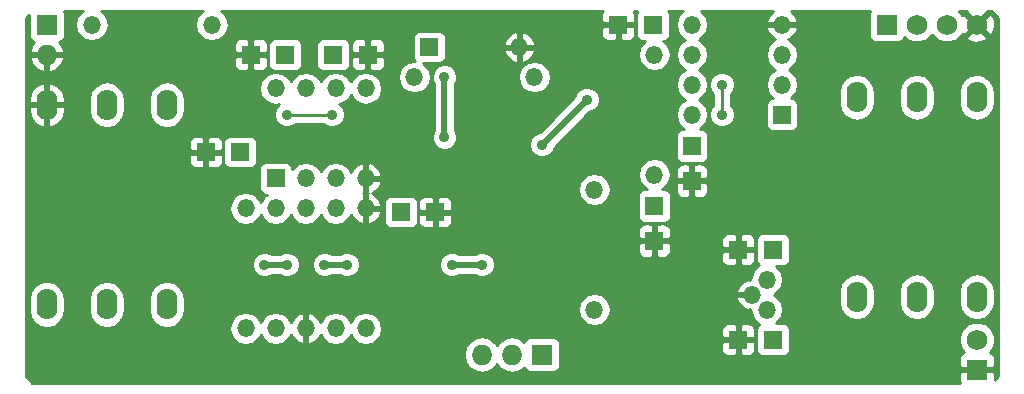
<source format=gbl>
G04 (created by PCBNEW (22-Jun-2014 BZR 4027)-stable) date Sun 11 Feb 2018 06:49:22 AM CST*
%MOIN*%
G04 Gerber Fmt 3.4, Leading zero omitted, Abs format*
%FSLAX34Y34*%
G01*
G70*
G90*
G04 APERTURE LIST*
%ADD10C,0.00590551*%
%ADD11R,0.069X0.069*%
%ADD12O,0.069X0.069*%
%ADD13C,0.069*%
%ADD14O,0.059X0.059*%
%ADD15R,0.059X0.059*%
%ADD16R,0.064X0.059*%
%ADD17R,0.059X0.064*%
%ADD18O,0.069X0.1035*%
%ADD19C,0.035*%
%ADD20C,0.02*%
%ADD21C,0.01*%
G04 APERTURE END LIST*
G54D10*
G54D11*
X63000Y-75500D03*
G54D12*
X62000Y-75500D03*
X61000Y-75500D03*
G54D11*
X74500Y-64500D03*
G54D13*
X75500Y-64500D03*
X76500Y-64500D03*
X77500Y-64500D03*
G54D14*
X70500Y-74000D03*
X70000Y-73500D03*
X70500Y-73000D03*
G54D11*
X77500Y-76000D03*
G54D13*
X77500Y-75000D03*
G54D11*
X46500Y-64500D03*
G54D12*
X46500Y-65500D03*
G54D15*
X54125Y-69625D03*
G54D14*
X55125Y-69625D03*
X56125Y-69625D03*
X57125Y-69625D03*
X57125Y-66625D03*
X56125Y-66625D03*
X54125Y-66625D03*
X55125Y-66625D03*
G54D15*
X71000Y-67500D03*
G54D14*
X71000Y-66500D03*
X71000Y-65500D03*
X71000Y-64500D03*
X68000Y-64500D03*
X68000Y-65500D03*
X68000Y-67500D03*
X68000Y-66500D03*
G54D15*
X59250Y-65250D03*
G54D14*
X62250Y-65250D03*
G54D16*
X58300Y-70750D03*
X59450Y-70750D03*
X66700Y-64500D03*
X65550Y-64500D03*
X70700Y-72000D03*
X69550Y-72000D03*
G54D17*
X68000Y-68550D03*
X68000Y-69700D03*
G54D16*
X70700Y-75000D03*
X69550Y-75000D03*
X54450Y-65500D03*
X53300Y-65500D03*
X52950Y-68750D03*
X51800Y-68750D03*
G54D17*
X66750Y-70550D03*
X66750Y-71700D03*
G54D16*
X56050Y-65500D03*
X57200Y-65500D03*
G54D14*
X64750Y-74000D03*
X64750Y-70000D03*
X66750Y-69500D03*
X66750Y-65500D03*
X57125Y-74625D03*
X57125Y-70625D03*
X56125Y-74625D03*
X56125Y-70625D03*
X55125Y-74625D03*
X55125Y-70625D03*
X54125Y-70625D03*
X54125Y-74625D03*
X53125Y-74625D03*
X53125Y-70625D03*
G54D18*
X73500Y-66922D03*
X73500Y-73577D03*
X75500Y-73577D03*
X75500Y-66922D03*
X77500Y-66922D03*
X77500Y-73577D03*
X46500Y-67172D03*
X46500Y-73827D03*
X48500Y-73827D03*
X48500Y-67172D03*
X50500Y-67172D03*
X50500Y-73827D03*
G54D14*
X48000Y-64500D03*
X52000Y-64500D03*
X58750Y-66250D03*
X62750Y-66250D03*
G54D19*
X59750Y-68250D03*
X59750Y-66250D03*
X53750Y-72500D03*
X54500Y-72500D03*
X55750Y-72500D03*
X56500Y-72500D03*
X60000Y-72500D03*
X61000Y-72500D03*
X63000Y-68500D03*
X64500Y-67000D03*
X69000Y-67500D03*
X69000Y-66500D03*
X56000Y-67500D03*
X54500Y-67500D03*
G54D20*
X59750Y-66250D02*
X59750Y-68250D01*
X54500Y-72500D02*
X53750Y-72500D01*
X56500Y-72500D02*
X55750Y-72500D01*
X61000Y-72500D02*
X60000Y-72500D01*
X64500Y-67000D02*
X63000Y-68500D01*
G54D21*
X69000Y-67500D02*
X69000Y-66500D01*
X54500Y-67500D02*
X56000Y-67500D01*
G54D10*
G36*
X78200Y-76229D02*
X78099Y-76329D01*
X78099Y-64592D01*
X78089Y-64356D01*
X78018Y-64185D01*
X77918Y-64152D01*
X77570Y-64500D01*
X77918Y-64847D01*
X78018Y-64814D01*
X78099Y-64592D01*
X78099Y-76329D01*
X78095Y-76334D01*
X78095Y-74882D01*
X78095Y-74881D01*
X78095Y-73765D01*
X78095Y-73389D01*
X78095Y-67110D01*
X78095Y-66734D01*
X78049Y-66507D01*
X77920Y-66314D01*
X77847Y-66265D01*
X77847Y-64918D01*
X77500Y-64570D01*
X77152Y-64918D01*
X77185Y-65018D01*
X77407Y-65099D01*
X77643Y-65089D01*
X77814Y-65018D01*
X77847Y-64918D01*
X77847Y-66265D01*
X77727Y-66185D01*
X77500Y-66139D01*
X77272Y-66185D01*
X77079Y-66314D01*
X76950Y-66507D01*
X76905Y-66734D01*
X76905Y-67110D01*
X76950Y-67337D01*
X77079Y-67530D01*
X77272Y-67659D01*
X77500Y-67705D01*
X77727Y-67659D01*
X77920Y-67530D01*
X78049Y-67337D01*
X78095Y-67110D01*
X78095Y-73389D01*
X78049Y-73162D01*
X77920Y-72969D01*
X77727Y-72840D01*
X77500Y-72794D01*
X77272Y-72840D01*
X77079Y-72969D01*
X76950Y-73162D01*
X76905Y-73389D01*
X76905Y-73765D01*
X76950Y-73992D01*
X77079Y-74185D01*
X77272Y-74314D01*
X77500Y-74360D01*
X77727Y-74314D01*
X77920Y-74185D01*
X78049Y-73992D01*
X78095Y-73765D01*
X78095Y-74881D01*
X78004Y-74663D01*
X77837Y-74495D01*
X77618Y-74405D01*
X77382Y-74404D01*
X77163Y-74495D01*
X76995Y-74662D01*
X76905Y-74881D01*
X76904Y-75117D01*
X76995Y-75336D01*
X77075Y-75417D01*
X77013Y-75443D01*
X76942Y-75513D01*
X76904Y-75605D01*
X76905Y-75887D01*
X76967Y-75950D01*
X77450Y-75950D01*
X77450Y-75942D01*
X77550Y-75942D01*
X77550Y-75950D01*
X78032Y-75950D01*
X78095Y-75887D01*
X78095Y-75605D01*
X78057Y-75513D01*
X77986Y-75443D01*
X77924Y-75417D01*
X78004Y-75337D01*
X78094Y-75118D01*
X78095Y-74882D01*
X78095Y-76334D01*
X78095Y-76334D01*
X78095Y-76112D01*
X78032Y-76050D01*
X77550Y-76050D01*
X77550Y-76057D01*
X77450Y-76057D01*
X77450Y-76050D01*
X76967Y-76050D01*
X76905Y-76112D01*
X76904Y-76394D01*
X76927Y-76450D01*
X76095Y-76450D01*
X76095Y-73765D01*
X76095Y-73389D01*
X76095Y-67110D01*
X76095Y-66734D01*
X76049Y-66507D01*
X75920Y-66314D01*
X75727Y-66185D01*
X75500Y-66139D01*
X75272Y-66185D01*
X75079Y-66314D01*
X74950Y-66507D01*
X74905Y-66734D01*
X74905Y-67110D01*
X74950Y-67337D01*
X75079Y-67530D01*
X75272Y-67659D01*
X75500Y-67705D01*
X75727Y-67659D01*
X75920Y-67530D01*
X76049Y-67337D01*
X76095Y-67110D01*
X76095Y-73389D01*
X76049Y-73162D01*
X75920Y-72969D01*
X75727Y-72840D01*
X75500Y-72794D01*
X75272Y-72840D01*
X75079Y-72969D01*
X74950Y-73162D01*
X74905Y-73389D01*
X74905Y-73765D01*
X74950Y-73992D01*
X75079Y-74185D01*
X75272Y-74314D01*
X75500Y-74360D01*
X75727Y-74314D01*
X75920Y-74185D01*
X76049Y-73992D01*
X76095Y-73765D01*
X76095Y-76450D01*
X74095Y-76450D01*
X74095Y-73765D01*
X74095Y-73389D01*
X74095Y-67110D01*
X74095Y-66734D01*
X74049Y-66507D01*
X73920Y-66314D01*
X73727Y-66185D01*
X73500Y-66139D01*
X73272Y-66185D01*
X73079Y-66314D01*
X72950Y-66507D01*
X72905Y-66734D01*
X72905Y-67110D01*
X72950Y-67337D01*
X73079Y-67530D01*
X73272Y-67659D01*
X73500Y-67705D01*
X73727Y-67659D01*
X73920Y-67530D01*
X74049Y-67337D01*
X74095Y-67110D01*
X74095Y-73389D01*
X74049Y-73162D01*
X73920Y-72969D01*
X73727Y-72840D01*
X73500Y-72794D01*
X73272Y-72840D01*
X73079Y-72969D01*
X72950Y-73162D01*
X72905Y-73389D01*
X72905Y-73765D01*
X72950Y-73992D01*
X73079Y-74185D01*
X73272Y-74314D01*
X73500Y-74360D01*
X73727Y-74314D01*
X73920Y-74185D01*
X74049Y-73992D01*
X74095Y-73765D01*
X74095Y-76450D01*
X71545Y-76450D01*
X71545Y-67745D01*
X71545Y-67155D01*
X71507Y-67063D01*
X71436Y-66993D01*
X71344Y-66955D01*
X71297Y-66955D01*
X71385Y-66896D01*
X71503Y-66719D01*
X71545Y-66510D01*
X71545Y-66489D01*
X71503Y-66280D01*
X71385Y-66103D01*
X71229Y-66000D01*
X71385Y-65896D01*
X71503Y-65719D01*
X71545Y-65510D01*
X71545Y-65489D01*
X71503Y-65280D01*
X71385Y-65103D01*
X71219Y-64992D01*
X71278Y-64968D01*
X71436Y-64826D01*
X71528Y-64634D01*
X71480Y-64550D01*
X71050Y-64550D01*
X71050Y-64557D01*
X70950Y-64557D01*
X70950Y-64550D01*
X70519Y-64550D01*
X70471Y-64634D01*
X70563Y-64826D01*
X70721Y-64968D01*
X70780Y-64992D01*
X70614Y-65103D01*
X70496Y-65280D01*
X70455Y-65489D01*
X70455Y-65510D01*
X70496Y-65719D01*
X70614Y-65896D01*
X70770Y-66000D01*
X70614Y-66103D01*
X70496Y-66280D01*
X70455Y-66489D01*
X70455Y-66510D01*
X70496Y-66719D01*
X70614Y-66896D01*
X70702Y-66954D01*
X70655Y-66954D01*
X70563Y-66992D01*
X70493Y-67063D01*
X70455Y-67155D01*
X70454Y-67254D01*
X70454Y-67844D01*
X70492Y-67936D01*
X70563Y-68006D01*
X70655Y-68044D01*
X70754Y-68045D01*
X71344Y-68045D01*
X71436Y-68007D01*
X71506Y-67936D01*
X71544Y-67844D01*
X71545Y-67745D01*
X71545Y-76450D01*
X71270Y-76450D01*
X71270Y-75245D01*
X71270Y-74655D01*
X71232Y-74563D01*
X71161Y-74493D01*
X71069Y-74455D01*
X70970Y-74454D01*
X70797Y-74454D01*
X70885Y-74396D01*
X71003Y-74219D01*
X71045Y-74010D01*
X71045Y-73989D01*
X71003Y-73780D01*
X70885Y-73603D01*
X70729Y-73500D01*
X70885Y-73396D01*
X71003Y-73219D01*
X71045Y-73010D01*
X71045Y-72989D01*
X71003Y-72780D01*
X70885Y-72603D01*
X70797Y-72545D01*
X71069Y-72545D01*
X71161Y-72507D01*
X71231Y-72436D01*
X71269Y-72344D01*
X71270Y-72245D01*
X71270Y-71655D01*
X71232Y-71563D01*
X71161Y-71493D01*
X71069Y-71455D01*
X70970Y-71454D01*
X70330Y-71454D01*
X70238Y-71492D01*
X70168Y-71563D01*
X70130Y-71655D01*
X70129Y-71754D01*
X70129Y-72344D01*
X70167Y-72436D01*
X70238Y-72506D01*
X70251Y-72512D01*
X70120Y-72600D01*
X70120Y-72245D01*
X70120Y-71754D01*
X70119Y-71655D01*
X70081Y-71563D01*
X70011Y-71492D01*
X69919Y-71454D01*
X69662Y-71455D01*
X69600Y-71517D01*
X69600Y-71950D01*
X70057Y-71950D01*
X70120Y-71887D01*
X70120Y-71754D01*
X70120Y-72245D01*
X70120Y-72112D01*
X70057Y-72050D01*
X69600Y-72050D01*
X69600Y-72482D01*
X69662Y-72545D01*
X69919Y-72545D01*
X70011Y-72507D01*
X70081Y-72436D01*
X70119Y-72344D01*
X70120Y-72245D01*
X70120Y-72600D01*
X70114Y-72603D01*
X69996Y-72780D01*
X69961Y-72955D01*
X69949Y-72955D01*
X69949Y-73020D01*
X69865Y-72971D01*
X69721Y-73031D01*
X69563Y-73173D01*
X69500Y-73306D01*
X69500Y-72482D01*
X69500Y-72050D01*
X69500Y-71950D01*
X69500Y-71517D01*
X69437Y-71455D01*
X69425Y-71454D01*
X69425Y-67415D01*
X69360Y-67259D01*
X69300Y-67198D01*
X69300Y-66801D01*
X69360Y-66741D01*
X69424Y-66584D01*
X69425Y-66415D01*
X69360Y-66259D01*
X69241Y-66139D01*
X69084Y-66075D01*
X68915Y-66074D01*
X68759Y-66139D01*
X68639Y-66258D01*
X68575Y-66415D01*
X68574Y-66584D01*
X68639Y-66740D01*
X68700Y-66801D01*
X68700Y-67198D01*
X68639Y-67258D01*
X68575Y-67415D01*
X68574Y-67584D01*
X68639Y-67740D01*
X68758Y-67860D01*
X68915Y-67924D01*
X69084Y-67925D01*
X69240Y-67860D01*
X69360Y-67741D01*
X69424Y-67584D01*
X69425Y-67415D01*
X69425Y-71454D01*
X69180Y-71454D01*
X69088Y-71492D01*
X69018Y-71563D01*
X68980Y-71655D01*
X68979Y-71754D01*
X68980Y-71887D01*
X69042Y-71950D01*
X69500Y-71950D01*
X69500Y-72050D01*
X69042Y-72050D01*
X68980Y-72112D01*
X68979Y-72245D01*
X68980Y-72344D01*
X69018Y-72436D01*
X69088Y-72507D01*
X69180Y-72545D01*
X69437Y-72545D01*
X69500Y-72482D01*
X69500Y-73306D01*
X69471Y-73365D01*
X69519Y-73450D01*
X69950Y-73450D01*
X69950Y-73442D01*
X70050Y-73442D01*
X70050Y-73450D01*
X70057Y-73450D01*
X70057Y-73550D01*
X70050Y-73550D01*
X70050Y-73557D01*
X69950Y-73557D01*
X69950Y-73550D01*
X69519Y-73550D01*
X69471Y-73634D01*
X69563Y-73826D01*
X69721Y-73968D01*
X69865Y-74028D01*
X69949Y-73979D01*
X69949Y-74045D01*
X69950Y-74045D01*
X69961Y-74045D01*
X69996Y-74219D01*
X70114Y-74396D01*
X70251Y-74487D01*
X70238Y-74492D01*
X70168Y-74563D01*
X70130Y-74655D01*
X70129Y-74754D01*
X70129Y-75344D01*
X70167Y-75436D01*
X70238Y-75506D01*
X70330Y-75544D01*
X70429Y-75545D01*
X71069Y-75545D01*
X71161Y-75507D01*
X71231Y-75436D01*
X71269Y-75344D01*
X71270Y-75245D01*
X71270Y-76450D01*
X70120Y-76450D01*
X70120Y-75245D01*
X70120Y-74754D01*
X70119Y-74655D01*
X70081Y-74563D01*
X70011Y-74492D01*
X69950Y-74467D01*
X69919Y-74454D01*
X69662Y-74455D01*
X69600Y-74517D01*
X69600Y-74950D01*
X70057Y-74950D01*
X70120Y-74887D01*
X70120Y-74754D01*
X70120Y-75245D01*
X70120Y-75112D01*
X70057Y-75050D01*
X69600Y-75050D01*
X69600Y-75482D01*
X69662Y-75545D01*
X69919Y-75545D01*
X70011Y-75507D01*
X70081Y-75436D01*
X70119Y-75344D01*
X70120Y-75245D01*
X70120Y-76450D01*
X69500Y-76450D01*
X69500Y-75482D01*
X69500Y-75050D01*
X69500Y-74950D01*
X69500Y-74517D01*
X69437Y-74455D01*
X69180Y-74454D01*
X69088Y-74492D01*
X69018Y-74563D01*
X68980Y-74655D01*
X68979Y-74754D01*
X68980Y-74887D01*
X69042Y-74950D01*
X69500Y-74950D01*
X69500Y-75050D01*
X69042Y-75050D01*
X68980Y-75112D01*
X68979Y-75245D01*
X68980Y-75344D01*
X69018Y-75436D01*
X69088Y-75507D01*
X69180Y-75545D01*
X69437Y-75545D01*
X69500Y-75482D01*
X69500Y-76450D01*
X68545Y-76450D01*
X68545Y-70069D01*
X68545Y-69330D01*
X68507Y-69238D01*
X68436Y-69168D01*
X68344Y-69130D01*
X68245Y-69129D01*
X68112Y-69130D01*
X68050Y-69192D01*
X68050Y-69650D01*
X68482Y-69650D01*
X68545Y-69587D01*
X68545Y-69330D01*
X68545Y-70069D01*
X68545Y-69812D01*
X68482Y-69750D01*
X68050Y-69750D01*
X68050Y-70207D01*
X68112Y-70270D01*
X68245Y-70270D01*
X68344Y-70269D01*
X68436Y-70231D01*
X68507Y-70161D01*
X68545Y-70069D01*
X68545Y-76450D01*
X67950Y-76450D01*
X67950Y-70207D01*
X67950Y-69750D01*
X67950Y-69650D01*
X67950Y-69192D01*
X67887Y-69130D01*
X67754Y-69129D01*
X67655Y-69130D01*
X67563Y-69168D01*
X67492Y-69238D01*
X67454Y-69330D01*
X67455Y-69587D01*
X67517Y-69650D01*
X67950Y-69650D01*
X67950Y-69750D01*
X67517Y-69750D01*
X67455Y-69812D01*
X67454Y-70069D01*
X67492Y-70161D01*
X67563Y-70231D01*
X67655Y-70269D01*
X67754Y-70270D01*
X67887Y-70270D01*
X67950Y-70207D01*
X67950Y-76450D01*
X67295Y-76450D01*
X67295Y-72069D01*
X67295Y-71330D01*
X67295Y-70820D01*
X67295Y-70180D01*
X67257Y-70088D01*
X67186Y-70018D01*
X67094Y-69980D01*
X67009Y-69979D01*
X67135Y-69896D01*
X67253Y-69719D01*
X67295Y-69510D01*
X67295Y-69489D01*
X67253Y-69280D01*
X67135Y-69103D01*
X66958Y-68985D01*
X66750Y-68944D01*
X66541Y-68985D01*
X66364Y-69103D01*
X66246Y-69280D01*
X66205Y-69489D01*
X66205Y-69510D01*
X66246Y-69719D01*
X66364Y-69896D01*
X66490Y-69979D01*
X66405Y-69979D01*
X66313Y-70017D01*
X66243Y-70088D01*
X66205Y-70180D01*
X66204Y-70279D01*
X66204Y-70919D01*
X66242Y-71011D01*
X66313Y-71081D01*
X66405Y-71119D01*
X66504Y-71120D01*
X67094Y-71120D01*
X67186Y-71082D01*
X67256Y-71011D01*
X67294Y-70919D01*
X67295Y-70820D01*
X67295Y-71330D01*
X67257Y-71238D01*
X67186Y-71168D01*
X67094Y-71130D01*
X66995Y-71129D01*
X66862Y-71130D01*
X66800Y-71192D01*
X66800Y-71650D01*
X67232Y-71650D01*
X67295Y-71587D01*
X67295Y-71330D01*
X67295Y-72069D01*
X67295Y-71812D01*
X67232Y-71750D01*
X66800Y-71750D01*
X66800Y-72207D01*
X66862Y-72270D01*
X66995Y-72270D01*
X67094Y-72269D01*
X67186Y-72231D01*
X67257Y-72161D01*
X67295Y-72069D01*
X67295Y-76450D01*
X66700Y-76450D01*
X66700Y-72207D01*
X66700Y-71750D01*
X66700Y-71650D01*
X66700Y-71192D01*
X66637Y-71130D01*
X66504Y-71129D01*
X66405Y-71130D01*
X66313Y-71168D01*
X66242Y-71238D01*
X66204Y-71330D01*
X66205Y-71587D01*
X66267Y-71650D01*
X66700Y-71650D01*
X66700Y-71750D01*
X66267Y-71750D01*
X66205Y-71812D01*
X66204Y-72069D01*
X66242Y-72161D01*
X66313Y-72231D01*
X66405Y-72269D01*
X66504Y-72270D01*
X66637Y-72270D01*
X66700Y-72207D01*
X66700Y-76450D01*
X66120Y-76450D01*
X66120Y-64745D01*
X66120Y-64612D01*
X66057Y-64550D01*
X65600Y-64550D01*
X65600Y-64982D01*
X65662Y-65045D01*
X65919Y-65045D01*
X66011Y-65007D01*
X66081Y-64936D01*
X66119Y-64844D01*
X66120Y-64745D01*
X66120Y-76450D01*
X65500Y-76450D01*
X65500Y-64982D01*
X65500Y-64550D01*
X65042Y-64550D01*
X64980Y-64612D01*
X64979Y-64745D01*
X64980Y-64844D01*
X65018Y-64936D01*
X65088Y-65007D01*
X65180Y-65045D01*
X65437Y-65045D01*
X65500Y-64982D01*
X65500Y-76450D01*
X65295Y-76450D01*
X65295Y-74010D01*
X65295Y-73989D01*
X65295Y-70010D01*
X65295Y-69989D01*
X65253Y-69780D01*
X65135Y-69603D01*
X64958Y-69485D01*
X64925Y-69479D01*
X64925Y-66915D01*
X64860Y-66759D01*
X64741Y-66639D01*
X64584Y-66575D01*
X64415Y-66574D01*
X64259Y-66639D01*
X64139Y-66758D01*
X64075Y-66915D01*
X64075Y-66929D01*
X63305Y-67699D01*
X63305Y-66250D01*
X63264Y-66041D01*
X63146Y-65864D01*
X62969Y-65746D01*
X62778Y-65708D01*
X62778Y-65384D01*
X62778Y-65115D01*
X62718Y-64971D01*
X62576Y-64813D01*
X62384Y-64721D01*
X62300Y-64769D01*
X62300Y-65200D01*
X62729Y-65200D01*
X62778Y-65115D01*
X62778Y-65384D01*
X62729Y-65300D01*
X62300Y-65300D01*
X62300Y-65730D01*
X62384Y-65778D01*
X62576Y-65686D01*
X62718Y-65528D01*
X62778Y-65384D01*
X62778Y-65708D01*
X62760Y-65705D01*
X62739Y-65705D01*
X62530Y-65746D01*
X62353Y-65864D01*
X62235Y-66041D01*
X62200Y-66221D01*
X62200Y-65730D01*
X62200Y-65300D01*
X62200Y-65200D01*
X62200Y-64769D01*
X62115Y-64721D01*
X61923Y-64813D01*
X61781Y-64971D01*
X61721Y-65115D01*
X61770Y-65200D01*
X62200Y-65200D01*
X62200Y-65300D01*
X61770Y-65300D01*
X61721Y-65384D01*
X61781Y-65528D01*
X61923Y-65686D01*
X62115Y-65778D01*
X62200Y-65730D01*
X62200Y-66221D01*
X62194Y-66250D01*
X62235Y-66458D01*
X62353Y-66635D01*
X62530Y-66753D01*
X62739Y-66795D01*
X62760Y-66795D01*
X62969Y-66753D01*
X63146Y-66635D01*
X63264Y-66458D01*
X63305Y-66250D01*
X63305Y-67699D01*
X62930Y-68074D01*
X62915Y-68074D01*
X62759Y-68139D01*
X62639Y-68258D01*
X62575Y-68415D01*
X62574Y-68584D01*
X62639Y-68740D01*
X62758Y-68860D01*
X62915Y-68924D01*
X63084Y-68925D01*
X63240Y-68860D01*
X63360Y-68741D01*
X63424Y-68584D01*
X63424Y-68570D01*
X64569Y-67425D01*
X64584Y-67425D01*
X64740Y-67360D01*
X64860Y-67241D01*
X64924Y-67084D01*
X64925Y-66915D01*
X64925Y-69479D01*
X64750Y-69444D01*
X64541Y-69485D01*
X64364Y-69603D01*
X64246Y-69780D01*
X64205Y-69989D01*
X64205Y-70010D01*
X64246Y-70219D01*
X64364Y-70396D01*
X64541Y-70514D01*
X64750Y-70555D01*
X64958Y-70514D01*
X65135Y-70396D01*
X65253Y-70219D01*
X65295Y-70010D01*
X65295Y-73989D01*
X65253Y-73780D01*
X65135Y-73603D01*
X64958Y-73485D01*
X64750Y-73444D01*
X64541Y-73485D01*
X64364Y-73603D01*
X64246Y-73780D01*
X64205Y-73989D01*
X64205Y-74010D01*
X64246Y-74219D01*
X64364Y-74396D01*
X64541Y-74514D01*
X64750Y-74555D01*
X64958Y-74514D01*
X65135Y-74396D01*
X65253Y-74219D01*
X65295Y-74010D01*
X65295Y-76450D01*
X63595Y-76450D01*
X63595Y-75795D01*
X63595Y-75105D01*
X63557Y-75013D01*
X63486Y-74943D01*
X63394Y-74905D01*
X63295Y-74904D01*
X62605Y-74904D01*
X62513Y-74942D01*
X62443Y-75013D01*
X62420Y-75067D01*
X62227Y-74938D01*
X62000Y-74893D01*
X61772Y-74938D01*
X61579Y-75067D01*
X61500Y-75186D01*
X61425Y-75074D01*
X61425Y-72415D01*
X61360Y-72259D01*
X61241Y-72139D01*
X61084Y-72075D01*
X60915Y-72074D01*
X60759Y-72139D01*
X60749Y-72150D01*
X60251Y-72150D01*
X60241Y-72139D01*
X60175Y-72112D01*
X60175Y-68165D01*
X60110Y-68009D01*
X60100Y-67999D01*
X60100Y-66501D01*
X60110Y-66491D01*
X60174Y-66334D01*
X60175Y-66165D01*
X60110Y-66009D01*
X59991Y-65889D01*
X59834Y-65825D01*
X59795Y-65825D01*
X59795Y-65495D01*
X59795Y-64905D01*
X59757Y-64813D01*
X59686Y-64743D01*
X59594Y-64705D01*
X59495Y-64704D01*
X58905Y-64704D01*
X58813Y-64742D01*
X58743Y-64813D01*
X58705Y-64905D01*
X58704Y-65004D01*
X58704Y-65594D01*
X58742Y-65686D01*
X58761Y-65705D01*
X58760Y-65705D01*
X58739Y-65705D01*
X58530Y-65746D01*
X58353Y-65864D01*
X58235Y-66041D01*
X58194Y-66250D01*
X58235Y-66458D01*
X58353Y-66635D01*
X58530Y-66753D01*
X58739Y-66795D01*
X58760Y-66795D01*
X58969Y-66753D01*
X59146Y-66635D01*
X59264Y-66458D01*
X59305Y-66250D01*
X59264Y-66041D01*
X59146Y-65864D01*
X59041Y-65795D01*
X59594Y-65795D01*
X59686Y-65757D01*
X59756Y-65686D01*
X59794Y-65594D01*
X59795Y-65495D01*
X59795Y-65825D01*
X59665Y-65824D01*
X59509Y-65889D01*
X59389Y-66008D01*
X59325Y-66165D01*
X59324Y-66334D01*
X59389Y-66490D01*
X59400Y-66500D01*
X59400Y-67998D01*
X59389Y-68008D01*
X59325Y-68165D01*
X59324Y-68334D01*
X59389Y-68490D01*
X59508Y-68610D01*
X59665Y-68674D01*
X59834Y-68675D01*
X59990Y-68610D01*
X60110Y-68491D01*
X60174Y-68334D01*
X60175Y-68165D01*
X60175Y-72112D01*
X60084Y-72075D01*
X60020Y-72075D01*
X60020Y-70995D01*
X60020Y-70504D01*
X60019Y-70405D01*
X59981Y-70313D01*
X59911Y-70242D01*
X59819Y-70204D01*
X59562Y-70205D01*
X59500Y-70267D01*
X59500Y-70700D01*
X59957Y-70700D01*
X60020Y-70637D01*
X60020Y-70504D01*
X60020Y-70995D01*
X60020Y-70862D01*
X59957Y-70800D01*
X59500Y-70800D01*
X59500Y-71232D01*
X59562Y-71295D01*
X59819Y-71295D01*
X59911Y-71257D01*
X59981Y-71186D01*
X60019Y-71094D01*
X60020Y-70995D01*
X60020Y-72075D01*
X59915Y-72074D01*
X59759Y-72139D01*
X59639Y-72258D01*
X59575Y-72415D01*
X59574Y-72584D01*
X59639Y-72740D01*
X59758Y-72860D01*
X59915Y-72924D01*
X60084Y-72925D01*
X60240Y-72860D01*
X60250Y-72850D01*
X60748Y-72850D01*
X60758Y-72860D01*
X60915Y-72924D01*
X61084Y-72925D01*
X61240Y-72860D01*
X61360Y-72741D01*
X61424Y-72584D01*
X61425Y-72415D01*
X61425Y-75074D01*
X61420Y-75067D01*
X61227Y-74938D01*
X61000Y-74893D01*
X60772Y-74938D01*
X60579Y-75067D01*
X60450Y-75260D01*
X60405Y-75488D01*
X60405Y-75511D01*
X60450Y-75739D01*
X60579Y-75932D01*
X60772Y-76061D01*
X61000Y-76106D01*
X61227Y-76061D01*
X61420Y-75932D01*
X61500Y-75813D01*
X61579Y-75932D01*
X61772Y-76061D01*
X62000Y-76106D01*
X62227Y-76061D01*
X62420Y-75932D01*
X62442Y-75986D01*
X62513Y-76056D01*
X62605Y-76094D01*
X62704Y-76095D01*
X63394Y-76095D01*
X63486Y-76057D01*
X63556Y-75986D01*
X63594Y-75894D01*
X63595Y-75795D01*
X63595Y-76450D01*
X59400Y-76450D01*
X59400Y-71232D01*
X59400Y-70800D01*
X59400Y-70700D01*
X59400Y-70267D01*
X59337Y-70205D01*
X59080Y-70204D01*
X58988Y-70242D01*
X58918Y-70313D01*
X58880Y-70405D01*
X58879Y-70504D01*
X58880Y-70637D01*
X58942Y-70700D01*
X59400Y-70700D01*
X59400Y-70800D01*
X58942Y-70800D01*
X58880Y-70862D01*
X58879Y-70995D01*
X58880Y-71094D01*
X58918Y-71186D01*
X58988Y-71257D01*
X59080Y-71295D01*
X59337Y-71295D01*
X59400Y-71232D01*
X59400Y-76450D01*
X58870Y-76450D01*
X58870Y-70995D01*
X58870Y-70405D01*
X58832Y-70313D01*
X58761Y-70243D01*
X58669Y-70205D01*
X58570Y-70204D01*
X57930Y-70204D01*
X57838Y-70242D01*
X57770Y-70311D01*
X57770Y-65745D01*
X57770Y-65254D01*
X57769Y-65155D01*
X57731Y-65063D01*
X57661Y-64992D01*
X57569Y-64954D01*
X57312Y-64955D01*
X57250Y-65017D01*
X57250Y-65450D01*
X57707Y-65450D01*
X57770Y-65387D01*
X57770Y-65254D01*
X57770Y-65745D01*
X57770Y-65612D01*
X57707Y-65550D01*
X57250Y-65550D01*
X57250Y-65982D01*
X57312Y-66045D01*
X57569Y-66045D01*
X57661Y-66007D01*
X57731Y-65936D01*
X57769Y-65844D01*
X57770Y-65745D01*
X57770Y-70311D01*
X57768Y-70313D01*
X57730Y-70405D01*
X57729Y-70504D01*
X57729Y-71094D01*
X57767Y-71186D01*
X57838Y-71256D01*
X57930Y-71294D01*
X58029Y-71295D01*
X58669Y-71295D01*
X58761Y-71257D01*
X58831Y-71186D01*
X58869Y-71094D01*
X58870Y-70995D01*
X58870Y-76450D01*
X57680Y-76450D01*
X57680Y-66625D01*
X57639Y-66416D01*
X57521Y-66239D01*
X57344Y-66121D01*
X57150Y-66082D01*
X57150Y-65982D01*
X57150Y-65550D01*
X57150Y-65450D01*
X57150Y-65017D01*
X57087Y-64955D01*
X56830Y-64954D01*
X56738Y-64992D01*
X56668Y-65063D01*
X56630Y-65155D01*
X56629Y-65254D01*
X56630Y-65387D01*
X56692Y-65450D01*
X57150Y-65450D01*
X57150Y-65550D01*
X56692Y-65550D01*
X56630Y-65612D01*
X56629Y-65745D01*
X56630Y-65844D01*
X56668Y-65936D01*
X56738Y-66007D01*
X56830Y-66045D01*
X57087Y-66045D01*
X57150Y-65982D01*
X57150Y-66082D01*
X57135Y-66080D01*
X57114Y-66080D01*
X56905Y-66121D01*
X56728Y-66239D01*
X56625Y-66395D01*
X56620Y-66387D01*
X56620Y-65745D01*
X56620Y-65155D01*
X56582Y-65063D01*
X56511Y-64993D01*
X56419Y-64955D01*
X56320Y-64954D01*
X55680Y-64954D01*
X55588Y-64992D01*
X55518Y-65063D01*
X55480Y-65155D01*
X55479Y-65254D01*
X55479Y-65844D01*
X55517Y-65936D01*
X55588Y-66006D01*
X55680Y-66044D01*
X55779Y-66045D01*
X56419Y-66045D01*
X56511Y-66007D01*
X56581Y-65936D01*
X56619Y-65844D01*
X56620Y-65745D01*
X56620Y-66387D01*
X56521Y-66239D01*
X56344Y-66121D01*
X56135Y-66080D01*
X56114Y-66080D01*
X55905Y-66121D01*
X55728Y-66239D01*
X55625Y-66395D01*
X55521Y-66239D01*
X55344Y-66121D01*
X55135Y-66080D01*
X55114Y-66080D01*
X55020Y-66098D01*
X55020Y-65745D01*
X55020Y-65155D01*
X54982Y-65063D01*
X54911Y-64993D01*
X54819Y-64955D01*
X54720Y-64954D01*
X54080Y-64954D01*
X53988Y-64992D01*
X53918Y-65063D01*
X53880Y-65155D01*
X53879Y-65254D01*
X53879Y-65844D01*
X53917Y-65936D01*
X53988Y-66006D01*
X54080Y-66044D01*
X54179Y-66045D01*
X54819Y-66045D01*
X54911Y-66007D01*
X54981Y-65936D01*
X55019Y-65844D01*
X55020Y-65745D01*
X55020Y-66098D01*
X54905Y-66121D01*
X54728Y-66239D01*
X54625Y-66395D01*
X54521Y-66239D01*
X54344Y-66121D01*
X54135Y-66080D01*
X54114Y-66080D01*
X53905Y-66121D01*
X53870Y-66145D01*
X53870Y-65745D01*
X53870Y-65254D01*
X53869Y-65155D01*
X53831Y-65063D01*
X53761Y-64992D01*
X53669Y-64954D01*
X53412Y-64955D01*
X53350Y-65017D01*
X53350Y-65450D01*
X53807Y-65450D01*
X53870Y-65387D01*
X53870Y-65254D01*
X53870Y-65745D01*
X53870Y-65612D01*
X53807Y-65550D01*
X53350Y-65550D01*
X53350Y-65982D01*
X53412Y-66045D01*
X53669Y-66045D01*
X53761Y-66007D01*
X53831Y-65936D01*
X53869Y-65844D01*
X53870Y-65745D01*
X53870Y-66145D01*
X53728Y-66239D01*
X53610Y-66416D01*
X53569Y-66625D01*
X53610Y-66833D01*
X53728Y-67010D01*
X53905Y-67128D01*
X54114Y-67170D01*
X54135Y-67170D01*
X54252Y-67146D01*
X54139Y-67258D01*
X54075Y-67415D01*
X54074Y-67584D01*
X54139Y-67740D01*
X54258Y-67860D01*
X54415Y-67924D01*
X54584Y-67925D01*
X54740Y-67860D01*
X54801Y-67800D01*
X55698Y-67800D01*
X55758Y-67860D01*
X55915Y-67924D01*
X56084Y-67925D01*
X56240Y-67860D01*
X56360Y-67741D01*
X56424Y-67584D01*
X56425Y-67415D01*
X56360Y-67259D01*
X56248Y-67147D01*
X56344Y-67128D01*
X56521Y-67010D01*
X56625Y-66854D01*
X56728Y-67010D01*
X56905Y-67128D01*
X57114Y-67170D01*
X57135Y-67170D01*
X57344Y-67128D01*
X57521Y-67010D01*
X57639Y-66833D01*
X57680Y-66625D01*
X57680Y-76450D01*
X57670Y-76450D01*
X57670Y-74635D01*
X57670Y-74614D01*
X57653Y-74529D01*
X57653Y-70759D01*
X57653Y-70490D01*
X57561Y-70298D01*
X57403Y-70156D01*
X57322Y-70123D01*
X57451Y-70061D01*
X57593Y-69903D01*
X57653Y-69759D01*
X57653Y-69490D01*
X57593Y-69346D01*
X57451Y-69188D01*
X57259Y-69096D01*
X57175Y-69144D01*
X57175Y-69575D01*
X57604Y-69575D01*
X57653Y-69490D01*
X57653Y-69759D01*
X57604Y-69675D01*
X57175Y-69675D01*
X57175Y-70105D01*
X57209Y-70125D01*
X57175Y-70145D01*
X57175Y-70575D01*
X57605Y-70575D01*
X57653Y-70490D01*
X57653Y-70759D01*
X57605Y-70675D01*
X57175Y-70675D01*
X57175Y-71104D01*
X57259Y-71153D01*
X57403Y-71093D01*
X57561Y-70951D01*
X57653Y-70759D01*
X57653Y-74529D01*
X57628Y-74405D01*
X57510Y-74228D01*
X57333Y-74110D01*
X57125Y-74069D01*
X57075Y-74079D01*
X57075Y-71104D01*
X57075Y-70675D01*
X57067Y-70675D01*
X57067Y-70575D01*
X57075Y-70575D01*
X57075Y-70145D01*
X57040Y-70125D01*
X57075Y-70105D01*
X57075Y-69675D01*
X57067Y-69675D01*
X57067Y-69575D01*
X57075Y-69575D01*
X57075Y-69144D01*
X56990Y-69096D01*
X56798Y-69188D01*
X56656Y-69346D01*
X56632Y-69405D01*
X56521Y-69239D01*
X56344Y-69121D01*
X56135Y-69080D01*
X56114Y-69080D01*
X55905Y-69121D01*
X55728Y-69239D01*
X55625Y-69395D01*
X55521Y-69239D01*
X55344Y-69121D01*
X55135Y-69080D01*
X55114Y-69080D01*
X54905Y-69121D01*
X54728Y-69239D01*
X54670Y-69327D01*
X54670Y-69280D01*
X54632Y-69188D01*
X54561Y-69118D01*
X54469Y-69080D01*
X54370Y-69079D01*
X53780Y-69079D01*
X53688Y-69117D01*
X53618Y-69188D01*
X53580Y-69280D01*
X53579Y-69379D01*
X53579Y-69969D01*
X53617Y-70061D01*
X53688Y-70131D01*
X53780Y-70169D01*
X53827Y-70169D01*
X53739Y-70228D01*
X53625Y-70400D01*
X53520Y-70243D01*
X53520Y-68995D01*
X53520Y-68405D01*
X53482Y-68313D01*
X53411Y-68243D01*
X53319Y-68205D01*
X53250Y-68204D01*
X53250Y-65982D01*
X53250Y-65550D01*
X53250Y-65450D01*
X53250Y-65017D01*
X53187Y-64955D01*
X52930Y-64954D01*
X52838Y-64992D01*
X52768Y-65063D01*
X52730Y-65155D01*
X52729Y-65254D01*
X52730Y-65387D01*
X52792Y-65450D01*
X53250Y-65450D01*
X53250Y-65550D01*
X52792Y-65550D01*
X52730Y-65612D01*
X52729Y-65745D01*
X52730Y-65844D01*
X52768Y-65936D01*
X52838Y-66007D01*
X52930Y-66045D01*
X53187Y-66045D01*
X53250Y-65982D01*
X53250Y-68204D01*
X53220Y-68204D01*
X52580Y-68204D01*
X52488Y-68242D01*
X52418Y-68313D01*
X52380Y-68405D01*
X52379Y-68504D01*
X52379Y-69094D01*
X52417Y-69186D01*
X52488Y-69256D01*
X52580Y-69294D01*
X52679Y-69295D01*
X53319Y-69295D01*
X53411Y-69257D01*
X53481Y-69186D01*
X53519Y-69094D01*
X53520Y-68995D01*
X53520Y-70243D01*
X53510Y-70228D01*
X53333Y-70110D01*
X53125Y-70069D01*
X52916Y-70110D01*
X52739Y-70228D01*
X52621Y-70405D01*
X52580Y-70614D01*
X52580Y-70635D01*
X52621Y-70844D01*
X52739Y-71021D01*
X52916Y-71139D01*
X53125Y-71180D01*
X53333Y-71139D01*
X53510Y-71021D01*
X53625Y-70849D01*
X53739Y-71021D01*
X53916Y-71139D01*
X54125Y-71180D01*
X54333Y-71139D01*
X54510Y-71021D01*
X54625Y-70849D01*
X54739Y-71021D01*
X54916Y-71139D01*
X55125Y-71180D01*
X55333Y-71139D01*
X55510Y-71021D01*
X55625Y-70849D01*
X55739Y-71021D01*
X55916Y-71139D01*
X56125Y-71180D01*
X56333Y-71139D01*
X56510Y-71021D01*
X56628Y-70844D01*
X56631Y-70831D01*
X56688Y-70951D01*
X56846Y-71093D01*
X56990Y-71153D01*
X57075Y-71104D01*
X57075Y-74079D01*
X56925Y-74109D01*
X56925Y-72415D01*
X56860Y-72259D01*
X56741Y-72139D01*
X56584Y-72075D01*
X56415Y-72074D01*
X56259Y-72139D01*
X56249Y-72150D01*
X56001Y-72150D01*
X55991Y-72139D01*
X55834Y-72075D01*
X55665Y-72074D01*
X55509Y-72139D01*
X55389Y-72258D01*
X55325Y-72415D01*
X55324Y-72584D01*
X55389Y-72740D01*
X55508Y-72860D01*
X55665Y-72924D01*
X55834Y-72925D01*
X55990Y-72860D01*
X56000Y-72850D01*
X56248Y-72850D01*
X56258Y-72860D01*
X56415Y-72924D01*
X56584Y-72925D01*
X56740Y-72860D01*
X56860Y-72741D01*
X56924Y-72584D01*
X56925Y-72415D01*
X56925Y-74109D01*
X56916Y-74110D01*
X56739Y-74228D01*
X56625Y-74400D01*
X56510Y-74228D01*
X56333Y-74110D01*
X56125Y-74069D01*
X55916Y-74110D01*
X55739Y-74228D01*
X55621Y-74405D01*
X55618Y-74418D01*
X55561Y-74298D01*
X55403Y-74156D01*
X55259Y-74096D01*
X55175Y-74145D01*
X55175Y-74575D01*
X55182Y-74575D01*
X55182Y-74675D01*
X55175Y-74675D01*
X55175Y-75104D01*
X55259Y-75153D01*
X55403Y-75093D01*
X55561Y-74951D01*
X55618Y-74831D01*
X55621Y-74844D01*
X55739Y-75021D01*
X55916Y-75139D01*
X56125Y-75180D01*
X56333Y-75139D01*
X56510Y-75021D01*
X56625Y-74849D01*
X56739Y-75021D01*
X56916Y-75139D01*
X57125Y-75180D01*
X57333Y-75139D01*
X57510Y-75021D01*
X57628Y-74844D01*
X57670Y-74635D01*
X57670Y-76450D01*
X55075Y-76450D01*
X55075Y-75104D01*
X55075Y-74675D01*
X55067Y-74675D01*
X55067Y-74575D01*
X55075Y-74575D01*
X55075Y-74145D01*
X54990Y-74096D01*
X54925Y-74123D01*
X54925Y-72415D01*
X54860Y-72259D01*
X54741Y-72139D01*
X54584Y-72075D01*
X54415Y-72074D01*
X54259Y-72139D01*
X54249Y-72150D01*
X54001Y-72150D01*
X53991Y-72139D01*
X53834Y-72075D01*
X53665Y-72074D01*
X53509Y-72139D01*
X53389Y-72258D01*
X53325Y-72415D01*
X53324Y-72584D01*
X53389Y-72740D01*
X53508Y-72860D01*
X53665Y-72924D01*
X53834Y-72925D01*
X53990Y-72860D01*
X54000Y-72850D01*
X54248Y-72850D01*
X54258Y-72860D01*
X54415Y-72924D01*
X54584Y-72925D01*
X54740Y-72860D01*
X54860Y-72741D01*
X54924Y-72584D01*
X54925Y-72415D01*
X54925Y-74123D01*
X54846Y-74156D01*
X54688Y-74298D01*
X54631Y-74418D01*
X54628Y-74405D01*
X54510Y-74228D01*
X54333Y-74110D01*
X54125Y-74069D01*
X53916Y-74110D01*
X53739Y-74228D01*
X53625Y-74400D01*
X53510Y-74228D01*
X53333Y-74110D01*
X53125Y-74069D01*
X52916Y-74110D01*
X52739Y-74228D01*
X52621Y-74405D01*
X52580Y-74614D01*
X52580Y-74635D01*
X52621Y-74844D01*
X52739Y-75021D01*
X52916Y-75139D01*
X53125Y-75180D01*
X53333Y-75139D01*
X53510Y-75021D01*
X53625Y-74849D01*
X53739Y-75021D01*
X53916Y-75139D01*
X54125Y-75180D01*
X54333Y-75139D01*
X54510Y-75021D01*
X54628Y-74844D01*
X54631Y-74831D01*
X54688Y-74951D01*
X54846Y-75093D01*
X54990Y-75153D01*
X55075Y-75104D01*
X55075Y-76450D01*
X52370Y-76450D01*
X52370Y-68995D01*
X52370Y-68504D01*
X52369Y-68405D01*
X52331Y-68313D01*
X52261Y-68242D01*
X52169Y-68204D01*
X51912Y-68205D01*
X51850Y-68267D01*
X51850Y-68700D01*
X52307Y-68700D01*
X52370Y-68637D01*
X52370Y-68504D01*
X52370Y-68995D01*
X52370Y-68862D01*
X52307Y-68800D01*
X51850Y-68800D01*
X51850Y-69232D01*
X51912Y-69295D01*
X52169Y-69295D01*
X52261Y-69257D01*
X52331Y-69186D01*
X52369Y-69094D01*
X52370Y-68995D01*
X52370Y-76450D01*
X51750Y-76450D01*
X51750Y-69232D01*
X51750Y-68800D01*
X51750Y-68700D01*
X51750Y-68267D01*
X51687Y-68205D01*
X51430Y-68204D01*
X51338Y-68242D01*
X51268Y-68313D01*
X51230Y-68405D01*
X51229Y-68504D01*
X51230Y-68637D01*
X51292Y-68700D01*
X51750Y-68700D01*
X51750Y-68800D01*
X51292Y-68800D01*
X51230Y-68862D01*
X51229Y-68995D01*
X51230Y-69094D01*
X51268Y-69186D01*
X51338Y-69257D01*
X51430Y-69295D01*
X51687Y-69295D01*
X51750Y-69232D01*
X51750Y-76450D01*
X51095Y-76450D01*
X51095Y-74015D01*
X51095Y-73639D01*
X51095Y-67360D01*
X51095Y-66984D01*
X51049Y-66757D01*
X50920Y-66564D01*
X50727Y-66435D01*
X50500Y-66389D01*
X50272Y-66435D01*
X50079Y-66564D01*
X49950Y-66757D01*
X49905Y-66984D01*
X49905Y-67360D01*
X49950Y-67587D01*
X50079Y-67780D01*
X50272Y-67909D01*
X50500Y-67955D01*
X50727Y-67909D01*
X50920Y-67780D01*
X51049Y-67587D01*
X51095Y-67360D01*
X51095Y-73639D01*
X51049Y-73412D01*
X50920Y-73219D01*
X50727Y-73090D01*
X50500Y-73044D01*
X50272Y-73090D01*
X50079Y-73219D01*
X49950Y-73412D01*
X49905Y-73639D01*
X49905Y-74015D01*
X49950Y-74242D01*
X50079Y-74435D01*
X50272Y-74564D01*
X50500Y-74610D01*
X50727Y-74564D01*
X50920Y-74435D01*
X51049Y-74242D01*
X51095Y-74015D01*
X51095Y-76450D01*
X49095Y-76450D01*
X49095Y-74015D01*
X49095Y-73639D01*
X49095Y-67360D01*
X49095Y-66984D01*
X49049Y-66757D01*
X48920Y-66564D01*
X48727Y-66435D01*
X48500Y-66389D01*
X48272Y-66435D01*
X48079Y-66564D01*
X47950Y-66757D01*
X47905Y-66984D01*
X47905Y-67360D01*
X47950Y-67587D01*
X48079Y-67780D01*
X48272Y-67909D01*
X48500Y-67955D01*
X48727Y-67909D01*
X48920Y-67780D01*
X49049Y-67587D01*
X49095Y-67360D01*
X49095Y-73639D01*
X49049Y-73412D01*
X48920Y-73219D01*
X48727Y-73090D01*
X48500Y-73044D01*
X48272Y-73090D01*
X48079Y-73219D01*
X47950Y-73412D01*
X47905Y-73639D01*
X47905Y-74015D01*
X47950Y-74242D01*
X48079Y-74435D01*
X48272Y-74564D01*
X48500Y-74610D01*
X48727Y-74564D01*
X48920Y-74435D01*
X49049Y-74242D01*
X49095Y-74015D01*
X49095Y-76450D01*
X47095Y-76450D01*
X47095Y-74015D01*
X47095Y-73639D01*
X47095Y-67395D01*
X47095Y-67222D01*
X47095Y-67122D01*
X47095Y-66950D01*
X47077Y-66890D01*
X47077Y-65642D01*
X47030Y-65550D01*
X46550Y-65550D01*
X46550Y-66030D01*
X46642Y-66077D01*
X46808Y-66009D01*
X46979Y-65852D01*
X47077Y-65642D01*
X47077Y-66890D01*
X47030Y-66726D01*
X46885Y-66543D01*
X46681Y-66431D01*
X46642Y-66422D01*
X46550Y-66469D01*
X46550Y-67122D01*
X47095Y-67122D01*
X47095Y-67222D01*
X46550Y-67222D01*
X46550Y-67875D01*
X46642Y-67922D01*
X46681Y-67913D01*
X46885Y-67801D01*
X47030Y-67618D01*
X47095Y-67395D01*
X47095Y-73639D01*
X47049Y-73412D01*
X46920Y-73219D01*
X46727Y-73090D01*
X46500Y-73044D01*
X46450Y-73054D01*
X46450Y-67875D01*
X46450Y-67222D01*
X46450Y-67122D01*
X46450Y-66469D01*
X46450Y-66030D01*
X46450Y-65550D01*
X45969Y-65550D01*
X45922Y-65642D01*
X46020Y-65852D01*
X46191Y-66009D01*
X46357Y-66077D01*
X46450Y-66030D01*
X46450Y-66469D01*
X46357Y-66422D01*
X46318Y-66431D01*
X46114Y-66543D01*
X45969Y-66726D01*
X45905Y-66950D01*
X45905Y-67122D01*
X46450Y-67122D01*
X46450Y-67222D01*
X45905Y-67222D01*
X45905Y-67395D01*
X45969Y-67618D01*
X46114Y-67801D01*
X46318Y-67913D01*
X46357Y-67922D01*
X46450Y-67875D01*
X46450Y-73054D01*
X46272Y-73090D01*
X46079Y-73219D01*
X45950Y-73412D01*
X45905Y-73639D01*
X45905Y-74015D01*
X45950Y-74242D01*
X46079Y-74435D01*
X46272Y-74564D01*
X46500Y-74610D01*
X46727Y-74564D01*
X46920Y-74435D01*
X47049Y-74242D01*
X47095Y-74015D01*
X47095Y-76450D01*
X46020Y-76450D01*
X45800Y-76229D01*
X45800Y-64270D01*
X45904Y-64165D01*
X45904Y-64204D01*
X45904Y-64894D01*
X45942Y-64986D01*
X46013Y-65056D01*
X46086Y-65087D01*
X46020Y-65147D01*
X45922Y-65357D01*
X45969Y-65450D01*
X46450Y-65450D01*
X46450Y-65442D01*
X46550Y-65442D01*
X46550Y-65450D01*
X47030Y-65450D01*
X47077Y-65357D01*
X46979Y-65147D01*
X46913Y-65087D01*
X46986Y-65057D01*
X47056Y-64986D01*
X47094Y-64894D01*
X47095Y-64795D01*
X47095Y-64105D01*
X47072Y-64050D01*
X47700Y-64050D01*
X47603Y-64114D01*
X47485Y-64291D01*
X47444Y-64500D01*
X47485Y-64708D01*
X47603Y-64885D01*
X47780Y-65003D01*
X47989Y-65045D01*
X48010Y-65045D01*
X48219Y-65003D01*
X48396Y-64885D01*
X48514Y-64708D01*
X48555Y-64500D01*
X48514Y-64291D01*
X48396Y-64114D01*
X48299Y-64050D01*
X51700Y-64050D01*
X51603Y-64114D01*
X51485Y-64291D01*
X51444Y-64500D01*
X51485Y-64708D01*
X51603Y-64885D01*
X51780Y-65003D01*
X51989Y-65045D01*
X52010Y-65045D01*
X52219Y-65003D01*
X52396Y-64885D01*
X52514Y-64708D01*
X52555Y-64500D01*
X52514Y-64291D01*
X52396Y-64114D01*
X52299Y-64050D01*
X65031Y-64050D01*
X65018Y-64063D01*
X64980Y-64155D01*
X64979Y-64254D01*
X64980Y-64387D01*
X65042Y-64450D01*
X65500Y-64450D01*
X65500Y-64442D01*
X65600Y-64442D01*
X65600Y-64450D01*
X66057Y-64450D01*
X66120Y-64387D01*
X66120Y-64254D01*
X66119Y-64155D01*
X66081Y-64063D01*
X66068Y-64050D01*
X66181Y-64050D01*
X66168Y-64063D01*
X66130Y-64155D01*
X66129Y-64254D01*
X66129Y-64844D01*
X66167Y-64936D01*
X66238Y-65006D01*
X66330Y-65044D01*
X66429Y-65045D01*
X66452Y-65045D01*
X66364Y-65103D01*
X66246Y-65280D01*
X66205Y-65489D01*
X66205Y-65510D01*
X66246Y-65719D01*
X66364Y-65896D01*
X66541Y-66014D01*
X66750Y-66055D01*
X66958Y-66014D01*
X67135Y-65896D01*
X67253Y-65719D01*
X67295Y-65510D01*
X67295Y-65489D01*
X67253Y-65280D01*
X67135Y-65103D01*
X67047Y-65045D01*
X67069Y-65045D01*
X67161Y-65007D01*
X67231Y-64936D01*
X67269Y-64844D01*
X67270Y-64745D01*
X67270Y-64155D01*
X67232Y-64063D01*
X67218Y-64050D01*
X67695Y-64050D01*
X67614Y-64103D01*
X67496Y-64280D01*
X67455Y-64489D01*
X67455Y-64510D01*
X67496Y-64719D01*
X67614Y-64896D01*
X67770Y-65000D01*
X67614Y-65103D01*
X67496Y-65280D01*
X67455Y-65489D01*
X67455Y-65510D01*
X67496Y-65719D01*
X67614Y-65896D01*
X67770Y-66000D01*
X67614Y-66103D01*
X67496Y-66280D01*
X67455Y-66489D01*
X67455Y-66510D01*
X67496Y-66719D01*
X67614Y-66896D01*
X67770Y-67000D01*
X67614Y-67103D01*
X67496Y-67280D01*
X67455Y-67489D01*
X67455Y-67510D01*
X67496Y-67719D01*
X67614Y-67896D01*
X67740Y-67979D01*
X67655Y-67979D01*
X67563Y-68017D01*
X67493Y-68088D01*
X67455Y-68180D01*
X67454Y-68279D01*
X67454Y-68919D01*
X67492Y-69011D01*
X67563Y-69081D01*
X67655Y-69119D01*
X67754Y-69120D01*
X68344Y-69120D01*
X68436Y-69082D01*
X68506Y-69011D01*
X68544Y-68919D01*
X68545Y-68820D01*
X68545Y-68180D01*
X68507Y-68088D01*
X68436Y-68018D01*
X68344Y-67980D01*
X68259Y-67979D01*
X68385Y-67896D01*
X68503Y-67719D01*
X68545Y-67510D01*
X68545Y-67489D01*
X68503Y-67280D01*
X68385Y-67103D01*
X68229Y-67000D01*
X68385Y-66896D01*
X68503Y-66719D01*
X68545Y-66510D01*
X68545Y-66489D01*
X68503Y-66280D01*
X68385Y-66103D01*
X68229Y-66000D01*
X68385Y-65896D01*
X68503Y-65719D01*
X68545Y-65510D01*
X68545Y-65489D01*
X68503Y-65280D01*
X68385Y-65103D01*
X68229Y-65000D01*
X68385Y-64896D01*
X68503Y-64719D01*
X68545Y-64510D01*
X68545Y-64489D01*
X68503Y-64280D01*
X68385Y-64103D01*
X68304Y-64050D01*
X70700Y-64050D01*
X70563Y-64173D01*
X70471Y-64365D01*
X70519Y-64450D01*
X70950Y-64450D01*
X70950Y-64442D01*
X71050Y-64442D01*
X71050Y-64450D01*
X71480Y-64450D01*
X71528Y-64365D01*
X71436Y-64173D01*
X71299Y-64050D01*
X73927Y-64050D01*
X73905Y-64105D01*
X73904Y-64204D01*
X73904Y-64894D01*
X73942Y-64986D01*
X74013Y-65056D01*
X74105Y-65094D01*
X74204Y-65095D01*
X74894Y-65095D01*
X74986Y-65057D01*
X75056Y-64986D01*
X75082Y-64924D01*
X75162Y-65004D01*
X75381Y-65094D01*
X75617Y-65095D01*
X75836Y-65004D01*
X76000Y-64841D01*
X76162Y-65004D01*
X76381Y-65094D01*
X76617Y-65095D01*
X76836Y-65004D01*
X77004Y-64837D01*
X77009Y-64824D01*
X77081Y-64847D01*
X77429Y-64500D01*
X77081Y-64152D01*
X77009Y-64175D01*
X77004Y-64163D01*
X76891Y-64050D01*
X77162Y-64050D01*
X77152Y-64081D01*
X77500Y-64429D01*
X77847Y-64081D01*
X77837Y-64050D01*
X77979Y-64050D01*
X78200Y-64270D01*
X78200Y-76229D01*
X78200Y-76229D01*
G37*
G54D21*
X78200Y-76229D02*
X78099Y-76329D01*
X78099Y-64592D01*
X78089Y-64356D01*
X78018Y-64185D01*
X77918Y-64152D01*
X77570Y-64500D01*
X77918Y-64847D01*
X78018Y-64814D01*
X78099Y-64592D01*
X78099Y-76329D01*
X78095Y-76334D01*
X78095Y-74882D01*
X78095Y-74881D01*
X78095Y-73765D01*
X78095Y-73389D01*
X78095Y-67110D01*
X78095Y-66734D01*
X78049Y-66507D01*
X77920Y-66314D01*
X77847Y-66265D01*
X77847Y-64918D01*
X77500Y-64570D01*
X77152Y-64918D01*
X77185Y-65018D01*
X77407Y-65099D01*
X77643Y-65089D01*
X77814Y-65018D01*
X77847Y-64918D01*
X77847Y-66265D01*
X77727Y-66185D01*
X77500Y-66139D01*
X77272Y-66185D01*
X77079Y-66314D01*
X76950Y-66507D01*
X76905Y-66734D01*
X76905Y-67110D01*
X76950Y-67337D01*
X77079Y-67530D01*
X77272Y-67659D01*
X77500Y-67705D01*
X77727Y-67659D01*
X77920Y-67530D01*
X78049Y-67337D01*
X78095Y-67110D01*
X78095Y-73389D01*
X78049Y-73162D01*
X77920Y-72969D01*
X77727Y-72840D01*
X77500Y-72794D01*
X77272Y-72840D01*
X77079Y-72969D01*
X76950Y-73162D01*
X76905Y-73389D01*
X76905Y-73765D01*
X76950Y-73992D01*
X77079Y-74185D01*
X77272Y-74314D01*
X77500Y-74360D01*
X77727Y-74314D01*
X77920Y-74185D01*
X78049Y-73992D01*
X78095Y-73765D01*
X78095Y-74881D01*
X78004Y-74663D01*
X77837Y-74495D01*
X77618Y-74405D01*
X77382Y-74404D01*
X77163Y-74495D01*
X76995Y-74662D01*
X76905Y-74881D01*
X76904Y-75117D01*
X76995Y-75336D01*
X77075Y-75417D01*
X77013Y-75443D01*
X76942Y-75513D01*
X76904Y-75605D01*
X76905Y-75887D01*
X76967Y-75950D01*
X77450Y-75950D01*
X77450Y-75942D01*
X77550Y-75942D01*
X77550Y-75950D01*
X78032Y-75950D01*
X78095Y-75887D01*
X78095Y-75605D01*
X78057Y-75513D01*
X77986Y-75443D01*
X77924Y-75417D01*
X78004Y-75337D01*
X78094Y-75118D01*
X78095Y-74882D01*
X78095Y-76334D01*
X78095Y-76334D01*
X78095Y-76112D01*
X78032Y-76050D01*
X77550Y-76050D01*
X77550Y-76057D01*
X77450Y-76057D01*
X77450Y-76050D01*
X76967Y-76050D01*
X76905Y-76112D01*
X76904Y-76394D01*
X76927Y-76450D01*
X76095Y-76450D01*
X76095Y-73765D01*
X76095Y-73389D01*
X76095Y-67110D01*
X76095Y-66734D01*
X76049Y-66507D01*
X75920Y-66314D01*
X75727Y-66185D01*
X75500Y-66139D01*
X75272Y-66185D01*
X75079Y-66314D01*
X74950Y-66507D01*
X74905Y-66734D01*
X74905Y-67110D01*
X74950Y-67337D01*
X75079Y-67530D01*
X75272Y-67659D01*
X75500Y-67705D01*
X75727Y-67659D01*
X75920Y-67530D01*
X76049Y-67337D01*
X76095Y-67110D01*
X76095Y-73389D01*
X76049Y-73162D01*
X75920Y-72969D01*
X75727Y-72840D01*
X75500Y-72794D01*
X75272Y-72840D01*
X75079Y-72969D01*
X74950Y-73162D01*
X74905Y-73389D01*
X74905Y-73765D01*
X74950Y-73992D01*
X75079Y-74185D01*
X75272Y-74314D01*
X75500Y-74360D01*
X75727Y-74314D01*
X75920Y-74185D01*
X76049Y-73992D01*
X76095Y-73765D01*
X76095Y-76450D01*
X74095Y-76450D01*
X74095Y-73765D01*
X74095Y-73389D01*
X74095Y-67110D01*
X74095Y-66734D01*
X74049Y-66507D01*
X73920Y-66314D01*
X73727Y-66185D01*
X73500Y-66139D01*
X73272Y-66185D01*
X73079Y-66314D01*
X72950Y-66507D01*
X72905Y-66734D01*
X72905Y-67110D01*
X72950Y-67337D01*
X73079Y-67530D01*
X73272Y-67659D01*
X73500Y-67705D01*
X73727Y-67659D01*
X73920Y-67530D01*
X74049Y-67337D01*
X74095Y-67110D01*
X74095Y-73389D01*
X74049Y-73162D01*
X73920Y-72969D01*
X73727Y-72840D01*
X73500Y-72794D01*
X73272Y-72840D01*
X73079Y-72969D01*
X72950Y-73162D01*
X72905Y-73389D01*
X72905Y-73765D01*
X72950Y-73992D01*
X73079Y-74185D01*
X73272Y-74314D01*
X73500Y-74360D01*
X73727Y-74314D01*
X73920Y-74185D01*
X74049Y-73992D01*
X74095Y-73765D01*
X74095Y-76450D01*
X71545Y-76450D01*
X71545Y-67745D01*
X71545Y-67155D01*
X71507Y-67063D01*
X71436Y-66993D01*
X71344Y-66955D01*
X71297Y-66955D01*
X71385Y-66896D01*
X71503Y-66719D01*
X71545Y-66510D01*
X71545Y-66489D01*
X71503Y-66280D01*
X71385Y-66103D01*
X71229Y-66000D01*
X71385Y-65896D01*
X71503Y-65719D01*
X71545Y-65510D01*
X71545Y-65489D01*
X71503Y-65280D01*
X71385Y-65103D01*
X71219Y-64992D01*
X71278Y-64968D01*
X71436Y-64826D01*
X71528Y-64634D01*
X71480Y-64550D01*
X71050Y-64550D01*
X71050Y-64557D01*
X70950Y-64557D01*
X70950Y-64550D01*
X70519Y-64550D01*
X70471Y-64634D01*
X70563Y-64826D01*
X70721Y-64968D01*
X70780Y-64992D01*
X70614Y-65103D01*
X70496Y-65280D01*
X70455Y-65489D01*
X70455Y-65510D01*
X70496Y-65719D01*
X70614Y-65896D01*
X70770Y-66000D01*
X70614Y-66103D01*
X70496Y-66280D01*
X70455Y-66489D01*
X70455Y-66510D01*
X70496Y-66719D01*
X70614Y-66896D01*
X70702Y-66954D01*
X70655Y-66954D01*
X70563Y-66992D01*
X70493Y-67063D01*
X70455Y-67155D01*
X70454Y-67254D01*
X70454Y-67844D01*
X70492Y-67936D01*
X70563Y-68006D01*
X70655Y-68044D01*
X70754Y-68045D01*
X71344Y-68045D01*
X71436Y-68007D01*
X71506Y-67936D01*
X71544Y-67844D01*
X71545Y-67745D01*
X71545Y-76450D01*
X71270Y-76450D01*
X71270Y-75245D01*
X71270Y-74655D01*
X71232Y-74563D01*
X71161Y-74493D01*
X71069Y-74455D01*
X70970Y-74454D01*
X70797Y-74454D01*
X70885Y-74396D01*
X71003Y-74219D01*
X71045Y-74010D01*
X71045Y-73989D01*
X71003Y-73780D01*
X70885Y-73603D01*
X70729Y-73500D01*
X70885Y-73396D01*
X71003Y-73219D01*
X71045Y-73010D01*
X71045Y-72989D01*
X71003Y-72780D01*
X70885Y-72603D01*
X70797Y-72545D01*
X71069Y-72545D01*
X71161Y-72507D01*
X71231Y-72436D01*
X71269Y-72344D01*
X71270Y-72245D01*
X71270Y-71655D01*
X71232Y-71563D01*
X71161Y-71493D01*
X71069Y-71455D01*
X70970Y-71454D01*
X70330Y-71454D01*
X70238Y-71492D01*
X70168Y-71563D01*
X70130Y-71655D01*
X70129Y-71754D01*
X70129Y-72344D01*
X70167Y-72436D01*
X70238Y-72506D01*
X70251Y-72512D01*
X70120Y-72600D01*
X70120Y-72245D01*
X70120Y-71754D01*
X70119Y-71655D01*
X70081Y-71563D01*
X70011Y-71492D01*
X69919Y-71454D01*
X69662Y-71455D01*
X69600Y-71517D01*
X69600Y-71950D01*
X70057Y-71950D01*
X70120Y-71887D01*
X70120Y-71754D01*
X70120Y-72245D01*
X70120Y-72112D01*
X70057Y-72050D01*
X69600Y-72050D01*
X69600Y-72482D01*
X69662Y-72545D01*
X69919Y-72545D01*
X70011Y-72507D01*
X70081Y-72436D01*
X70119Y-72344D01*
X70120Y-72245D01*
X70120Y-72600D01*
X70114Y-72603D01*
X69996Y-72780D01*
X69961Y-72955D01*
X69949Y-72955D01*
X69949Y-73020D01*
X69865Y-72971D01*
X69721Y-73031D01*
X69563Y-73173D01*
X69500Y-73306D01*
X69500Y-72482D01*
X69500Y-72050D01*
X69500Y-71950D01*
X69500Y-71517D01*
X69437Y-71455D01*
X69425Y-71454D01*
X69425Y-67415D01*
X69360Y-67259D01*
X69300Y-67198D01*
X69300Y-66801D01*
X69360Y-66741D01*
X69424Y-66584D01*
X69425Y-66415D01*
X69360Y-66259D01*
X69241Y-66139D01*
X69084Y-66075D01*
X68915Y-66074D01*
X68759Y-66139D01*
X68639Y-66258D01*
X68575Y-66415D01*
X68574Y-66584D01*
X68639Y-66740D01*
X68700Y-66801D01*
X68700Y-67198D01*
X68639Y-67258D01*
X68575Y-67415D01*
X68574Y-67584D01*
X68639Y-67740D01*
X68758Y-67860D01*
X68915Y-67924D01*
X69084Y-67925D01*
X69240Y-67860D01*
X69360Y-67741D01*
X69424Y-67584D01*
X69425Y-67415D01*
X69425Y-71454D01*
X69180Y-71454D01*
X69088Y-71492D01*
X69018Y-71563D01*
X68980Y-71655D01*
X68979Y-71754D01*
X68980Y-71887D01*
X69042Y-71950D01*
X69500Y-71950D01*
X69500Y-72050D01*
X69042Y-72050D01*
X68980Y-72112D01*
X68979Y-72245D01*
X68980Y-72344D01*
X69018Y-72436D01*
X69088Y-72507D01*
X69180Y-72545D01*
X69437Y-72545D01*
X69500Y-72482D01*
X69500Y-73306D01*
X69471Y-73365D01*
X69519Y-73450D01*
X69950Y-73450D01*
X69950Y-73442D01*
X70050Y-73442D01*
X70050Y-73450D01*
X70057Y-73450D01*
X70057Y-73550D01*
X70050Y-73550D01*
X70050Y-73557D01*
X69950Y-73557D01*
X69950Y-73550D01*
X69519Y-73550D01*
X69471Y-73634D01*
X69563Y-73826D01*
X69721Y-73968D01*
X69865Y-74028D01*
X69949Y-73979D01*
X69949Y-74045D01*
X69950Y-74045D01*
X69961Y-74045D01*
X69996Y-74219D01*
X70114Y-74396D01*
X70251Y-74487D01*
X70238Y-74492D01*
X70168Y-74563D01*
X70130Y-74655D01*
X70129Y-74754D01*
X70129Y-75344D01*
X70167Y-75436D01*
X70238Y-75506D01*
X70330Y-75544D01*
X70429Y-75545D01*
X71069Y-75545D01*
X71161Y-75507D01*
X71231Y-75436D01*
X71269Y-75344D01*
X71270Y-75245D01*
X71270Y-76450D01*
X70120Y-76450D01*
X70120Y-75245D01*
X70120Y-74754D01*
X70119Y-74655D01*
X70081Y-74563D01*
X70011Y-74492D01*
X69950Y-74467D01*
X69919Y-74454D01*
X69662Y-74455D01*
X69600Y-74517D01*
X69600Y-74950D01*
X70057Y-74950D01*
X70120Y-74887D01*
X70120Y-74754D01*
X70120Y-75245D01*
X70120Y-75112D01*
X70057Y-75050D01*
X69600Y-75050D01*
X69600Y-75482D01*
X69662Y-75545D01*
X69919Y-75545D01*
X70011Y-75507D01*
X70081Y-75436D01*
X70119Y-75344D01*
X70120Y-75245D01*
X70120Y-76450D01*
X69500Y-76450D01*
X69500Y-75482D01*
X69500Y-75050D01*
X69500Y-74950D01*
X69500Y-74517D01*
X69437Y-74455D01*
X69180Y-74454D01*
X69088Y-74492D01*
X69018Y-74563D01*
X68980Y-74655D01*
X68979Y-74754D01*
X68980Y-74887D01*
X69042Y-74950D01*
X69500Y-74950D01*
X69500Y-75050D01*
X69042Y-75050D01*
X68980Y-75112D01*
X68979Y-75245D01*
X68980Y-75344D01*
X69018Y-75436D01*
X69088Y-75507D01*
X69180Y-75545D01*
X69437Y-75545D01*
X69500Y-75482D01*
X69500Y-76450D01*
X68545Y-76450D01*
X68545Y-70069D01*
X68545Y-69330D01*
X68507Y-69238D01*
X68436Y-69168D01*
X68344Y-69130D01*
X68245Y-69129D01*
X68112Y-69130D01*
X68050Y-69192D01*
X68050Y-69650D01*
X68482Y-69650D01*
X68545Y-69587D01*
X68545Y-69330D01*
X68545Y-70069D01*
X68545Y-69812D01*
X68482Y-69750D01*
X68050Y-69750D01*
X68050Y-70207D01*
X68112Y-70270D01*
X68245Y-70270D01*
X68344Y-70269D01*
X68436Y-70231D01*
X68507Y-70161D01*
X68545Y-70069D01*
X68545Y-76450D01*
X67950Y-76450D01*
X67950Y-70207D01*
X67950Y-69750D01*
X67950Y-69650D01*
X67950Y-69192D01*
X67887Y-69130D01*
X67754Y-69129D01*
X67655Y-69130D01*
X67563Y-69168D01*
X67492Y-69238D01*
X67454Y-69330D01*
X67455Y-69587D01*
X67517Y-69650D01*
X67950Y-69650D01*
X67950Y-69750D01*
X67517Y-69750D01*
X67455Y-69812D01*
X67454Y-70069D01*
X67492Y-70161D01*
X67563Y-70231D01*
X67655Y-70269D01*
X67754Y-70270D01*
X67887Y-70270D01*
X67950Y-70207D01*
X67950Y-76450D01*
X67295Y-76450D01*
X67295Y-72069D01*
X67295Y-71330D01*
X67295Y-70820D01*
X67295Y-70180D01*
X67257Y-70088D01*
X67186Y-70018D01*
X67094Y-69980D01*
X67009Y-69979D01*
X67135Y-69896D01*
X67253Y-69719D01*
X67295Y-69510D01*
X67295Y-69489D01*
X67253Y-69280D01*
X67135Y-69103D01*
X66958Y-68985D01*
X66750Y-68944D01*
X66541Y-68985D01*
X66364Y-69103D01*
X66246Y-69280D01*
X66205Y-69489D01*
X66205Y-69510D01*
X66246Y-69719D01*
X66364Y-69896D01*
X66490Y-69979D01*
X66405Y-69979D01*
X66313Y-70017D01*
X66243Y-70088D01*
X66205Y-70180D01*
X66204Y-70279D01*
X66204Y-70919D01*
X66242Y-71011D01*
X66313Y-71081D01*
X66405Y-71119D01*
X66504Y-71120D01*
X67094Y-71120D01*
X67186Y-71082D01*
X67256Y-71011D01*
X67294Y-70919D01*
X67295Y-70820D01*
X67295Y-71330D01*
X67257Y-71238D01*
X67186Y-71168D01*
X67094Y-71130D01*
X66995Y-71129D01*
X66862Y-71130D01*
X66800Y-71192D01*
X66800Y-71650D01*
X67232Y-71650D01*
X67295Y-71587D01*
X67295Y-71330D01*
X67295Y-72069D01*
X67295Y-71812D01*
X67232Y-71750D01*
X66800Y-71750D01*
X66800Y-72207D01*
X66862Y-72270D01*
X66995Y-72270D01*
X67094Y-72269D01*
X67186Y-72231D01*
X67257Y-72161D01*
X67295Y-72069D01*
X67295Y-76450D01*
X66700Y-76450D01*
X66700Y-72207D01*
X66700Y-71750D01*
X66700Y-71650D01*
X66700Y-71192D01*
X66637Y-71130D01*
X66504Y-71129D01*
X66405Y-71130D01*
X66313Y-71168D01*
X66242Y-71238D01*
X66204Y-71330D01*
X66205Y-71587D01*
X66267Y-71650D01*
X66700Y-71650D01*
X66700Y-71750D01*
X66267Y-71750D01*
X66205Y-71812D01*
X66204Y-72069D01*
X66242Y-72161D01*
X66313Y-72231D01*
X66405Y-72269D01*
X66504Y-72270D01*
X66637Y-72270D01*
X66700Y-72207D01*
X66700Y-76450D01*
X66120Y-76450D01*
X66120Y-64745D01*
X66120Y-64612D01*
X66057Y-64550D01*
X65600Y-64550D01*
X65600Y-64982D01*
X65662Y-65045D01*
X65919Y-65045D01*
X66011Y-65007D01*
X66081Y-64936D01*
X66119Y-64844D01*
X66120Y-64745D01*
X66120Y-76450D01*
X65500Y-76450D01*
X65500Y-64982D01*
X65500Y-64550D01*
X65042Y-64550D01*
X64980Y-64612D01*
X64979Y-64745D01*
X64980Y-64844D01*
X65018Y-64936D01*
X65088Y-65007D01*
X65180Y-65045D01*
X65437Y-65045D01*
X65500Y-64982D01*
X65500Y-76450D01*
X65295Y-76450D01*
X65295Y-74010D01*
X65295Y-73989D01*
X65295Y-70010D01*
X65295Y-69989D01*
X65253Y-69780D01*
X65135Y-69603D01*
X64958Y-69485D01*
X64925Y-69479D01*
X64925Y-66915D01*
X64860Y-66759D01*
X64741Y-66639D01*
X64584Y-66575D01*
X64415Y-66574D01*
X64259Y-66639D01*
X64139Y-66758D01*
X64075Y-66915D01*
X64075Y-66929D01*
X63305Y-67699D01*
X63305Y-66250D01*
X63264Y-66041D01*
X63146Y-65864D01*
X62969Y-65746D01*
X62778Y-65708D01*
X62778Y-65384D01*
X62778Y-65115D01*
X62718Y-64971D01*
X62576Y-64813D01*
X62384Y-64721D01*
X62300Y-64769D01*
X62300Y-65200D01*
X62729Y-65200D01*
X62778Y-65115D01*
X62778Y-65384D01*
X62729Y-65300D01*
X62300Y-65300D01*
X62300Y-65730D01*
X62384Y-65778D01*
X62576Y-65686D01*
X62718Y-65528D01*
X62778Y-65384D01*
X62778Y-65708D01*
X62760Y-65705D01*
X62739Y-65705D01*
X62530Y-65746D01*
X62353Y-65864D01*
X62235Y-66041D01*
X62200Y-66221D01*
X62200Y-65730D01*
X62200Y-65300D01*
X62200Y-65200D01*
X62200Y-64769D01*
X62115Y-64721D01*
X61923Y-64813D01*
X61781Y-64971D01*
X61721Y-65115D01*
X61770Y-65200D01*
X62200Y-65200D01*
X62200Y-65300D01*
X61770Y-65300D01*
X61721Y-65384D01*
X61781Y-65528D01*
X61923Y-65686D01*
X62115Y-65778D01*
X62200Y-65730D01*
X62200Y-66221D01*
X62194Y-66250D01*
X62235Y-66458D01*
X62353Y-66635D01*
X62530Y-66753D01*
X62739Y-66795D01*
X62760Y-66795D01*
X62969Y-66753D01*
X63146Y-66635D01*
X63264Y-66458D01*
X63305Y-66250D01*
X63305Y-67699D01*
X62930Y-68074D01*
X62915Y-68074D01*
X62759Y-68139D01*
X62639Y-68258D01*
X62575Y-68415D01*
X62574Y-68584D01*
X62639Y-68740D01*
X62758Y-68860D01*
X62915Y-68924D01*
X63084Y-68925D01*
X63240Y-68860D01*
X63360Y-68741D01*
X63424Y-68584D01*
X63424Y-68570D01*
X64569Y-67425D01*
X64584Y-67425D01*
X64740Y-67360D01*
X64860Y-67241D01*
X64924Y-67084D01*
X64925Y-66915D01*
X64925Y-69479D01*
X64750Y-69444D01*
X64541Y-69485D01*
X64364Y-69603D01*
X64246Y-69780D01*
X64205Y-69989D01*
X64205Y-70010D01*
X64246Y-70219D01*
X64364Y-70396D01*
X64541Y-70514D01*
X64750Y-70555D01*
X64958Y-70514D01*
X65135Y-70396D01*
X65253Y-70219D01*
X65295Y-70010D01*
X65295Y-73989D01*
X65253Y-73780D01*
X65135Y-73603D01*
X64958Y-73485D01*
X64750Y-73444D01*
X64541Y-73485D01*
X64364Y-73603D01*
X64246Y-73780D01*
X64205Y-73989D01*
X64205Y-74010D01*
X64246Y-74219D01*
X64364Y-74396D01*
X64541Y-74514D01*
X64750Y-74555D01*
X64958Y-74514D01*
X65135Y-74396D01*
X65253Y-74219D01*
X65295Y-74010D01*
X65295Y-76450D01*
X63595Y-76450D01*
X63595Y-75795D01*
X63595Y-75105D01*
X63557Y-75013D01*
X63486Y-74943D01*
X63394Y-74905D01*
X63295Y-74904D01*
X62605Y-74904D01*
X62513Y-74942D01*
X62443Y-75013D01*
X62420Y-75067D01*
X62227Y-74938D01*
X62000Y-74893D01*
X61772Y-74938D01*
X61579Y-75067D01*
X61500Y-75186D01*
X61425Y-75074D01*
X61425Y-72415D01*
X61360Y-72259D01*
X61241Y-72139D01*
X61084Y-72075D01*
X60915Y-72074D01*
X60759Y-72139D01*
X60749Y-72150D01*
X60251Y-72150D01*
X60241Y-72139D01*
X60175Y-72112D01*
X60175Y-68165D01*
X60110Y-68009D01*
X60100Y-67999D01*
X60100Y-66501D01*
X60110Y-66491D01*
X60174Y-66334D01*
X60175Y-66165D01*
X60110Y-66009D01*
X59991Y-65889D01*
X59834Y-65825D01*
X59795Y-65825D01*
X59795Y-65495D01*
X59795Y-64905D01*
X59757Y-64813D01*
X59686Y-64743D01*
X59594Y-64705D01*
X59495Y-64704D01*
X58905Y-64704D01*
X58813Y-64742D01*
X58743Y-64813D01*
X58705Y-64905D01*
X58704Y-65004D01*
X58704Y-65594D01*
X58742Y-65686D01*
X58761Y-65705D01*
X58760Y-65705D01*
X58739Y-65705D01*
X58530Y-65746D01*
X58353Y-65864D01*
X58235Y-66041D01*
X58194Y-66250D01*
X58235Y-66458D01*
X58353Y-66635D01*
X58530Y-66753D01*
X58739Y-66795D01*
X58760Y-66795D01*
X58969Y-66753D01*
X59146Y-66635D01*
X59264Y-66458D01*
X59305Y-66250D01*
X59264Y-66041D01*
X59146Y-65864D01*
X59041Y-65795D01*
X59594Y-65795D01*
X59686Y-65757D01*
X59756Y-65686D01*
X59794Y-65594D01*
X59795Y-65495D01*
X59795Y-65825D01*
X59665Y-65824D01*
X59509Y-65889D01*
X59389Y-66008D01*
X59325Y-66165D01*
X59324Y-66334D01*
X59389Y-66490D01*
X59400Y-66500D01*
X59400Y-67998D01*
X59389Y-68008D01*
X59325Y-68165D01*
X59324Y-68334D01*
X59389Y-68490D01*
X59508Y-68610D01*
X59665Y-68674D01*
X59834Y-68675D01*
X59990Y-68610D01*
X60110Y-68491D01*
X60174Y-68334D01*
X60175Y-68165D01*
X60175Y-72112D01*
X60084Y-72075D01*
X60020Y-72075D01*
X60020Y-70995D01*
X60020Y-70504D01*
X60019Y-70405D01*
X59981Y-70313D01*
X59911Y-70242D01*
X59819Y-70204D01*
X59562Y-70205D01*
X59500Y-70267D01*
X59500Y-70700D01*
X59957Y-70700D01*
X60020Y-70637D01*
X60020Y-70504D01*
X60020Y-70995D01*
X60020Y-70862D01*
X59957Y-70800D01*
X59500Y-70800D01*
X59500Y-71232D01*
X59562Y-71295D01*
X59819Y-71295D01*
X59911Y-71257D01*
X59981Y-71186D01*
X60019Y-71094D01*
X60020Y-70995D01*
X60020Y-72075D01*
X59915Y-72074D01*
X59759Y-72139D01*
X59639Y-72258D01*
X59575Y-72415D01*
X59574Y-72584D01*
X59639Y-72740D01*
X59758Y-72860D01*
X59915Y-72924D01*
X60084Y-72925D01*
X60240Y-72860D01*
X60250Y-72850D01*
X60748Y-72850D01*
X60758Y-72860D01*
X60915Y-72924D01*
X61084Y-72925D01*
X61240Y-72860D01*
X61360Y-72741D01*
X61424Y-72584D01*
X61425Y-72415D01*
X61425Y-75074D01*
X61420Y-75067D01*
X61227Y-74938D01*
X61000Y-74893D01*
X60772Y-74938D01*
X60579Y-75067D01*
X60450Y-75260D01*
X60405Y-75488D01*
X60405Y-75511D01*
X60450Y-75739D01*
X60579Y-75932D01*
X60772Y-76061D01*
X61000Y-76106D01*
X61227Y-76061D01*
X61420Y-75932D01*
X61500Y-75813D01*
X61579Y-75932D01*
X61772Y-76061D01*
X62000Y-76106D01*
X62227Y-76061D01*
X62420Y-75932D01*
X62442Y-75986D01*
X62513Y-76056D01*
X62605Y-76094D01*
X62704Y-76095D01*
X63394Y-76095D01*
X63486Y-76057D01*
X63556Y-75986D01*
X63594Y-75894D01*
X63595Y-75795D01*
X63595Y-76450D01*
X59400Y-76450D01*
X59400Y-71232D01*
X59400Y-70800D01*
X59400Y-70700D01*
X59400Y-70267D01*
X59337Y-70205D01*
X59080Y-70204D01*
X58988Y-70242D01*
X58918Y-70313D01*
X58880Y-70405D01*
X58879Y-70504D01*
X58880Y-70637D01*
X58942Y-70700D01*
X59400Y-70700D01*
X59400Y-70800D01*
X58942Y-70800D01*
X58880Y-70862D01*
X58879Y-70995D01*
X58880Y-71094D01*
X58918Y-71186D01*
X58988Y-71257D01*
X59080Y-71295D01*
X59337Y-71295D01*
X59400Y-71232D01*
X59400Y-76450D01*
X58870Y-76450D01*
X58870Y-70995D01*
X58870Y-70405D01*
X58832Y-70313D01*
X58761Y-70243D01*
X58669Y-70205D01*
X58570Y-70204D01*
X57930Y-70204D01*
X57838Y-70242D01*
X57770Y-70311D01*
X57770Y-65745D01*
X57770Y-65254D01*
X57769Y-65155D01*
X57731Y-65063D01*
X57661Y-64992D01*
X57569Y-64954D01*
X57312Y-64955D01*
X57250Y-65017D01*
X57250Y-65450D01*
X57707Y-65450D01*
X57770Y-65387D01*
X57770Y-65254D01*
X57770Y-65745D01*
X57770Y-65612D01*
X57707Y-65550D01*
X57250Y-65550D01*
X57250Y-65982D01*
X57312Y-66045D01*
X57569Y-66045D01*
X57661Y-66007D01*
X57731Y-65936D01*
X57769Y-65844D01*
X57770Y-65745D01*
X57770Y-70311D01*
X57768Y-70313D01*
X57730Y-70405D01*
X57729Y-70504D01*
X57729Y-71094D01*
X57767Y-71186D01*
X57838Y-71256D01*
X57930Y-71294D01*
X58029Y-71295D01*
X58669Y-71295D01*
X58761Y-71257D01*
X58831Y-71186D01*
X58869Y-71094D01*
X58870Y-70995D01*
X58870Y-76450D01*
X57680Y-76450D01*
X57680Y-66625D01*
X57639Y-66416D01*
X57521Y-66239D01*
X57344Y-66121D01*
X57150Y-66082D01*
X57150Y-65982D01*
X57150Y-65550D01*
X57150Y-65450D01*
X57150Y-65017D01*
X57087Y-64955D01*
X56830Y-64954D01*
X56738Y-64992D01*
X56668Y-65063D01*
X56630Y-65155D01*
X56629Y-65254D01*
X56630Y-65387D01*
X56692Y-65450D01*
X57150Y-65450D01*
X57150Y-65550D01*
X56692Y-65550D01*
X56630Y-65612D01*
X56629Y-65745D01*
X56630Y-65844D01*
X56668Y-65936D01*
X56738Y-66007D01*
X56830Y-66045D01*
X57087Y-66045D01*
X57150Y-65982D01*
X57150Y-66082D01*
X57135Y-66080D01*
X57114Y-66080D01*
X56905Y-66121D01*
X56728Y-66239D01*
X56625Y-66395D01*
X56620Y-66387D01*
X56620Y-65745D01*
X56620Y-65155D01*
X56582Y-65063D01*
X56511Y-64993D01*
X56419Y-64955D01*
X56320Y-64954D01*
X55680Y-64954D01*
X55588Y-64992D01*
X55518Y-65063D01*
X55480Y-65155D01*
X55479Y-65254D01*
X55479Y-65844D01*
X55517Y-65936D01*
X55588Y-66006D01*
X55680Y-66044D01*
X55779Y-66045D01*
X56419Y-66045D01*
X56511Y-66007D01*
X56581Y-65936D01*
X56619Y-65844D01*
X56620Y-65745D01*
X56620Y-66387D01*
X56521Y-66239D01*
X56344Y-66121D01*
X56135Y-66080D01*
X56114Y-66080D01*
X55905Y-66121D01*
X55728Y-66239D01*
X55625Y-66395D01*
X55521Y-66239D01*
X55344Y-66121D01*
X55135Y-66080D01*
X55114Y-66080D01*
X55020Y-66098D01*
X55020Y-65745D01*
X55020Y-65155D01*
X54982Y-65063D01*
X54911Y-64993D01*
X54819Y-64955D01*
X54720Y-64954D01*
X54080Y-64954D01*
X53988Y-64992D01*
X53918Y-65063D01*
X53880Y-65155D01*
X53879Y-65254D01*
X53879Y-65844D01*
X53917Y-65936D01*
X53988Y-66006D01*
X54080Y-66044D01*
X54179Y-66045D01*
X54819Y-66045D01*
X54911Y-66007D01*
X54981Y-65936D01*
X55019Y-65844D01*
X55020Y-65745D01*
X55020Y-66098D01*
X54905Y-66121D01*
X54728Y-66239D01*
X54625Y-66395D01*
X54521Y-66239D01*
X54344Y-66121D01*
X54135Y-66080D01*
X54114Y-66080D01*
X53905Y-66121D01*
X53870Y-66145D01*
X53870Y-65745D01*
X53870Y-65254D01*
X53869Y-65155D01*
X53831Y-65063D01*
X53761Y-64992D01*
X53669Y-64954D01*
X53412Y-64955D01*
X53350Y-65017D01*
X53350Y-65450D01*
X53807Y-65450D01*
X53870Y-65387D01*
X53870Y-65254D01*
X53870Y-65745D01*
X53870Y-65612D01*
X53807Y-65550D01*
X53350Y-65550D01*
X53350Y-65982D01*
X53412Y-66045D01*
X53669Y-66045D01*
X53761Y-66007D01*
X53831Y-65936D01*
X53869Y-65844D01*
X53870Y-65745D01*
X53870Y-66145D01*
X53728Y-66239D01*
X53610Y-66416D01*
X53569Y-66625D01*
X53610Y-66833D01*
X53728Y-67010D01*
X53905Y-67128D01*
X54114Y-67170D01*
X54135Y-67170D01*
X54252Y-67146D01*
X54139Y-67258D01*
X54075Y-67415D01*
X54074Y-67584D01*
X54139Y-67740D01*
X54258Y-67860D01*
X54415Y-67924D01*
X54584Y-67925D01*
X54740Y-67860D01*
X54801Y-67800D01*
X55698Y-67800D01*
X55758Y-67860D01*
X55915Y-67924D01*
X56084Y-67925D01*
X56240Y-67860D01*
X56360Y-67741D01*
X56424Y-67584D01*
X56425Y-67415D01*
X56360Y-67259D01*
X56248Y-67147D01*
X56344Y-67128D01*
X56521Y-67010D01*
X56625Y-66854D01*
X56728Y-67010D01*
X56905Y-67128D01*
X57114Y-67170D01*
X57135Y-67170D01*
X57344Y-67128D01*
X57521Y-67010D01*
X57639Y-66833D01*
X57680Y-66625D01*
X57680Y-76450D01*
X57670Y-76450D01*
X57670Y-74635D01*
X57670Y-74614D01*
X57653Y-74529D01*
X57653Y-70759D01*
X57653Y-70490D01*
X57561Y-70298D01*
X57403Y-70156D01*
X57322Y-70123D01*
X57451Y-70061D01*
X57593Y-69903D01*
X57653Y-69759D01*
X57653Y-69490D01*
X57593Y-69346D01*
X57451Y-69188D01*
X57259Y-69096D01*
X57175Y-69144D01*
X57175Y-69575D01*
X57604Y-69575D01*
X57653Y-69490D01*
X57653Y-69759D01*
X57604Y-69675D01*
X57175Y-69675D01*
X57175Y-70105D01*
X57209Y-70125D01*
X57175Y-70145D01*
X57175Y-70575D01*
X57605Y-70575D01*
X57653Y-70490D01*
X57653Y-70759D01*
X57605Y-70675D01*
X57175Y-70675D01*
X57175Y-71104D01*
X57259Y-71153D01*
X57403Y-71093D01*
X57561Y-70951D01*
X57653Y-70759D01*
X57653Y-74529D01*
X57628Y-74405D01*
X57510Y-74228D01*
X57333Y-74110D01*
X57125Y-74069D01*
X57075Y-74079D01*
X57075Y-71104D01*
X57075Y-70675D01*
X57067Y-70675D01*
X57067Y-70575D01*
X57075Y-70575D01*
X57075Y-70145D01*
X57040Y-70125D01*
X57075Y-70105D01*
X57075Y-69675D01*
X57067Y-69675D01*
X57067Y-69575D01*
X57075Y-69575D01*
X57075Y-69144D01*
X56990Y-69096D01*
X56798Y-69188D01*
X56656Y-69346D01*
X56632Y-69405D01*
X56521Y-69239D01*
X56344Y-69121D01*
X56135Y-69080D01*
X56114Y-69080D01*
X55905Y-69121D01*
X55728Y-69239D01*
X55625Y-69395D01*
X55521Y-69239D01*
X55344Y-69121D01*
X55135Y-69080D01*
X55114Y-69080D01*
X54905Y-69121D01*
X54728Y-69239D01*
X54670Y-69327D01*
X54670Y-69280D01*
X54632Y-69188D01*
X54561Y-69118D01*
X54469Y-69080D01*
X54370Y-69079D01*
X53780Y-69079D01*
X53688Y-69117D01*
X53618Y-69188D01*
X53580Y-69280D01*
X53579Y-69379D01*
X53579Y-69969D01*
X53617Y-70061D01*
X53688Y-70131D01*
X53780Y-70169D01*
X53827Y-70169D01*
X53739Y-70228D01*
X53625Y-70400D01*
X53520Y-70243D01*
X53520Y-68995D01*
X53520Y-68405D01*
X53482Y-68313D01*
X53411Y-68243D01*
X53319Y-68205D01*
X53250Y-68204D01*
X53250Y-65982D01*
X53250Y-65550D01*
X53250Y-65450D01*
X53250Y-65017D01*
X53187Y-64955D01*
X52930Y-64954D01*
X52838Y-64992D01*
X52768Y-65063D01*
X52730Y-65155D01*
X52729Y-65254D01*
X52730Y-65387D01*
X52792Y-65450D01*
X53250Y-65450D01*
X53250Y-65550D01*
X52792Y-65550D01*
X52730Y-65612D01*
X52729Y-65745D01*
X52730Y-65844D01*
X52768Y-65936D01*
X52838Y-66007D01*
X52930Y-66045D01*
X53187Y-66045D01*
X53250Y-65982D01*
X53250Y-68204D01*
X53220Y-68204D01*
X52580Y-68204D01*
X52488Y-68242D01*
X52418Y-68313D01*
X52380Y-68405D01*
X52379Y-68504D01*
X52379Y-69094D01*
X52417Y-69186D01*
X52488Y-69256D01*
X52580Y-69294D01*
X52679Y-69295D01*
X53319Y-69295D01*
X53411Y-69257D01*
X53481Y-69186D01*
X53519Y-69094D01*
X53520Y-68995D01*
X53520Y-70243D01*
X53510Y-70228D01*
X53333Y-70110D01*
X53125Y-70069D01*
X52916Y-70110D01*
X52739Y-70228D01*
X52621Y-70405D01*
X52580Y-70614D01*
X52580Y-70635D01*
X52621Y-70844D01*
X52739Y-71021D01*
X52916Y-71139D01*
X53125Y-71180D01*
X53333Y-71139D01*
X53510Y-71021D01*
X53625Y-70849D01*
X53739Y-71021D01*
X53916Y-71139D01*
X54125Y-71180D01*
X54333Y-71139D01*
X54510Y-71021D01*
X54625Y-70849D01*
X54739Y-71021D01*
X54916Y-71139D01*
X55125Y-71180D01*
X55333Y-71139D01*
X55510Y-71021D01*
X55625Y-70849D01*
X55739Y-71021D01*
X55916Y-71139D01*
X56125Y-71180D01*
X56333Y-71139D01*
X56510Y-71021D01*
X56628Y-70844D01*
X56631Y-70831D01*
X56688Y-70951D01*
X56846Y-71093D01*
X56990Y-71153D01*
X57075Y-71104D01*
X57075Y-74079D01*
X56925Y-74109D01*
X56925Y-72415D01*
X56860Y-72259D01*
X56741Y-72139D01*
X56584Y-72075D01*
X56415Y-72074D01*
X56259Y-72139D01*
X56249Y-72150D01*
X56001Y-72150D01*
X55991Y-72139D01*
X55834Y-72075D01*
X55665Y-72074D01*
X55509Y-72139D01*
X55389Y-72258D01*
X55325Y-72415D01*
X55324Y-72584D01*
X55389Y-72740D01*
X55508Y-72860D01*
X55665Y-72924D01*
X55834Y-72925D01*
X55990Y-72860D01*
X56000Y-72850D01*
X56248Y-72850D01*
X56258Y-72860D01*
X56415Y-72924D01*
X56584Y-72925D01*
X56740Y-72860D01*
X56860Y-72741D01*
X56924Y-72584D01*
X56925Y-72415D01*
X56925Y-74109D01*
X56916Y-74110D01*
X56739Y-74228D01*
X56625Y-74400D01*
X56510Y-74228D01*
X56333Y-74110D01*
X56125Y-74069D01*
X55916Y-74110D01*
X55739Y-74228D01*
X55621Y-74405D01*
X55618Y-74418D01*
X55561Y-74298D01*
X55403Y-74156D01*
X55259Y-74096D01*
X55175Y-74145D01*
X55175Y-74575D01*
X55182Y-74575D01*
X55182Y-74675D01*
X55175Y-74675D01*
X55175Y-75104D01*
X55259Y-75153D01*
X55403Y-75093D01*
X55561Y-74951D01*
X55618Y-74831D01*
X55621Y-74844D01*
X55739Y-75021D01*
X55916Y-75139D01*
X56125Y-75180D01*
X56333Y-75139D01*
X56510Y-75021D01*
X56625Y-74849D01*
X56739Y-75021D01*
X56916Y-75139D01*
X57125Y-75180D01*
X57333Y-75139D01*
X57510Y-75021D01*
X57628Y-74844D01*
X57670Y-74635D01*
X57670Y-76450D01*
X55075Y-76450D01*
X55075Y-75104D01*
X55075Y-74675D01*
X55067Y-74675D01*
X55067Y-74575D01*
X55075Y-74575D01*
X55075Y-74145D01*
X54990Y-74096D01*
X54925Y-74123D01*
X54925Y-72415D01*
X54860Y-72259D01*
X54741Y-72139D01*
X54584Y-72075D01*
X54415Y-72074D01*
X54259Y-72139D01*
X54249Y-72150D01*
X54001Y-72150D01*
X53991Y-72139D01*
X53834Y-72075D01*
X53665Y-72074D01*
X53509Y-72139D01*
X53389Y-72258D01*
X53325Y-72415D01*
X53324Y-72584D01*
X53389Y-72740D01*
X53508Y-72860D01*
X53665Y-72924D01*
X53834Y-72925D01*
X53990Y-72860D01*
X54000Y-72850D01*
X54248Y-72850D01*
X54258Y-72860D01*
X54415Y-72924D01*
X54584Y-72925D01*
X54740Y-72860D01*
X54860Y-72741D01*
X54924Y-72584D01*
X54925Y-72415D01*
X54925Y-74123D01*
X54846Y-74156D01*
X54688Y-74298D01*
X54631Y-74418D01*
X54628Y-74405D01*
X54510Y-74228D01*
X54333Y-74110D01*
X54125Y-74069D01*
X53916Y-74110D01*
X53739Y-74228D01*
X53625Y-74400D01*
X53510Y-74228D01*
X53333Y-74110D01*
X53125Y-74069D01*
X52916Y-74110D01*
X52739Y-74228D01*
X52621Y-74405D01*
X52580Y-74614D01*
X52580Y-74635D01*
X52621Y-74844D01*
X52739Y-75021D01*
X52916Y-75139D01*
X53125Y-75180D01*
X53333Y-75139D01*
X53510Y-75021D01*
X53625Y-74849D01*
X53739Y-75021D01*
X53916Y-75139D01*
X54125Y-75180D01*
X54333Y-75139D01*
X54510Y-75021D01*
X54628Y-74844D01*
X54631Y-74831D01*
X54688Y-74951D01*
X54846Y-75093D01*
X54990Y-75153D01*
X55075Y-75104D01*
X55075Y-76450D01*
X52370Y-76450D01*
X52370Y-68995D01*
X52370Y-68504D01*
X52369Y-68405D01*
X52331Y-68313D01*
X52261Y-68242D01*
X52169Y-68204D01*
X51912Y-68205D01*
X51850Y-68267D01*
X51850Y-68700D01*
X52307Y-68700D01*
X52370Y-68637D01*
X52370Y-68504D01*
X52370Y-68995D01*
X52370Y-68862D01*
X52307Y-68800D01*
X51850Y-68800D01*
X51850Y-69232D01*
X51912Y-69295D01*
X52169Y-69295D01*
X52261Y-69257D01*
X52331Y-69186D01*
X52369Y-69094D01*
X52370Y-68995D01*
X52370Y-76450D01*
X51750Y-76450D01*
X51750Y-69232D01*
X51750Y-68800D01*
X51750Y-68700D01*
X51750Y-68267D01*
X51687Y-68205D01*
X51430Y-68204D01*
X51338Y-68242D01*
X51268Y-68313D01*
X51230Y-68405D01*
X51229Y-68504D01*
X51230Y-68637D01*
X51292Y-68700D01*
X51750Y-68700D01*
X51750Y-68800D01*
X51292Y-68800D01*
X51230Y-68862D01*
X51229Y-68995D01*
X51230Y-69094D01*
X51268Y-69186D01*
X51338Y-69257D01*
X51430Y-69295D01*
X51687Y-69295D01*
X51750Y-69232D01*
X51750Y-76450D01*
X51095Y-76450D01*
X51095Y-74015D01*
X51095Y-73639D01*
X51095Y-67360D01*
X51095Y-66984D01*
X51049Y-66757D01*
X50920Y-66564D01*
X50727Y-66435D01*
X50500Y-66389D01*
X50272Y-66435D01*
X50079Y-66564D01*
X49950Y-66757D01*
X49905Y-66984D01*
X49905Y-67360D01*
X49950Y-67587D01*
X50079Y-67780D01*
X50272Y-67909D01*
X50500Y-67955D01*
X50727Y-67909D01*
X50920Y-67780D01*
X51049Y-67587D01*
X51095Y-67360D01*
X51095Y-73639D01*
X51049Y-73412D01*
X50920Y-73219D01*
X50727Y-73090D01*
X50500Y-73044D01*
X50272Y-73090D01*
X50079Y-73219D01*
X49950Y-73412D01*
X49905Y-73639D01*
X49905Y-74015D01*
X49950Y-74242D01*
X50079Y-74435D01*
X50272Y-74564D01*
X50500Y-74610D01*
X50727Y-74564D01*
X50920Y-74435D01*
X51049Y-74242D01*
X51095Y-74015D01*
X51095Y-76450D01*
X49095Y-76450D01*
X49095Y-74015D01*
X49095Y-73639D01*
X49095Y-67360D01*
X49095Y-66984D01*
X49049Y-66757D01*
X48920Y-66564D01*
X48727Y-66435D01*
X48500Y-66389D01*
X48272Y-66435D01*
X48079Y-66564D01*
X47950Y-66757D01*
X47905Y-66984D01*
X47905Y-67360D01*
X47950Y-67587D01*
X48079Y-67780D01*
X48272Y-67909D01*
X48500Y-67955D01*
X48727Y-67909D01*
X48920Y-67780D01*
X49049Y-67587D01*
X49095Y-67360D01*
X49095Y-73639D01*
X49049Y-73412D01*
X48920Y-73219D01*
X48727Y-73090D01*
X48500Y-73044D01*
X48272Y-73090D01*
X48079Y-73219D01*
X47950Y-73412D01*
X47905Y-73639D01*
X47905Y-74015D01*
X47950Y-74242D01*
X48079Y-74435D01*
X48272Y-74564D01*
X48500Y-74610D01*
X48727Y-74564D01*
X48920Y-74435D01*
X49049Y-74242D01*
X49095Y-74015D01*
X49095Y-76450D01*
X47095Y-76450D01*
X47095Y-74015D01*
X47095Y-73639D01*
X47095Y-67395D01*
X47095Y-67222D01*
X47095Y-67122D01*
X47095Y-66950D01*
X47077Y-66890D01*
X47077Y-65642D01*
X47030Y-65550D01*
X46550Y-65550D01*
X46550Y-66030D01*
X46642Y-66077D01*
X46808Y-66009D01*
X46979Y-65852D01*
X47077Y-65642D01*
X47077Y-66890D01*
X47030Y-66726D01*
X46885Y-66543D01*
X46681Y-66431D01*
X46642Y-66422D01*
X46550Y-66469D01*
X46550Y-67122D01*
X47095Y-67122D01*
X47095Y-67222D01*
X46550Y-67222D01*
X46550Y-67875D01*
X46642Y-67922D01*
X46681Y-67913D01*
X46885Y-67801D01*
X47030Y-67618D01*
X47095Y-67395D01*
X47095Y-73639D01*
X47049Y-73412D01*
X46920Y-73219D01*
X46727Y-73090D01*
X46500Y-73044D01*
X46450Y-73054D01*
X46450Y-67875D01*
X46450Y-67222D01*
X46450Y-67122D01*
X46450Y-66469D01*
X46450Y-66030D01*
X46450Y-65550D01*
X45969Y-65550D01*
X45922Y-65642D01*
X46020Y-65852D01*
X46191Y-66009D01*
X46357Y-66077D01*
X46450Y-66030D01*
X46450Y-66469D01*
X46357Y-66422D01*
X46318Y-66431D01*
X46114Y-66543D01*
X45969Y-66726D01*
X45905Y-66950D01*
X45905Y-67122D01*
X46450Y-67122D01*
X46450Y-67222D01*
X45905Y-67222D01*
X45905Y-67395D01*
X45969Y-67618D01*
X46114Y-67801D01*
X46318Y-67913D01*
X46357Y-67922D01*
X46450Y-67875D01*
X46450Y-73054D01*
X46272Y-73090D01*
X46079Y-73219D01*
X45950Y-73412D01*
X45905Y-73639D01*
X45905Y-74015D01*
X45950Y-74242D01*
X46079Y-74435D01*
X46272Y-74564D01*
X46500Y-74610D01*
X46727Y-74564D01*
X46920Y-74435D01*
X47049Y-74242D01*
X47095Y-74015D01*
X47095Y-76450D01*
X46020Y-76450D01*
X45800Y-76229D01*
X45800Y-64270D01*
X45904Y-64165D01*
X45904Y-64204D01*
X45904Y-64894D01*
X45942Y-64986D01*
X46013Y-65056D01*
X46086Y-65087D01*
X46020Y-65147D01*
X45922Y-65357D01*
X45969Y-65450D01*
X46450Y-65450D01*
X46450Y-65442D01*
X46550Y-65442D01*
X46550Y-65450D01*
X47030Y-65450D01*
X47077Y-65357D01*
X46979Y-65147D01*
X46913Y-65087D01*
X46986Y-65057D01*
X47056Y-64986D01*
X47094Y-64894D01*
X47095Y-64795D01*
X47095Y-64105D01*
X47072Y-64050D01*
X47700Y-64050D01*
X47603Y-64114D01*
X47485Y-64291D01*
X47444Y-64500D01*
X47485Y-64708D01*
X47603Y-64885D01*
X47780Y-65003D01*
X47989Y-65045D01*
X48010Y-65045D01*
X48219Y-65003D01*
X48396Y-64885D01*
X48514Y-64708D01*
X48555Y-64500D01*
X48514Y-64291D01*
X48396Y-64114D01*
X48299Y-64050D01*
X51700Y-64050D01*
X51603Y-64114D01*
X51485Y-64291D01*
X51444Y-64500D01*
X51485Y-64708D01*
X51603Y-64885D01*
X51780Y-65003D01*
X51989Y-65045D01*
X52010Y-65045D01*
X52219Y-65003D01*
X52396Y-64885D01*
X52514Y-64708D01*
X52555Y-64500D01*
X52514Y-64291D01*
X52396Y-64114D01*
X52299Y-64050D01*
X65031Y-64050D01*
X65018Y-64063D01*
X64980Y-64155D01*
X64979Y-64254D01*
X64980Y-64387D01*
X65042Y-64450D01*
X65500Y-64450D01*
X65500Y-64442D01*
X65600Y-64442D01*
X65600Y-64450D01*
X66057Y-64450D01*
X66120Y-64387D01*
X66120Y-64254D01*
X66119Y-64155D01*
X66081Y-64063D01*
X66068Y-64050D01*
X66181Y-64050D01*
X66168Y-64063D01*
X66130Y-64155D01*
X66129Y-64254D01*
X66129Y-64844D01*
X66167Y-64936D01*
X66238Y-65006D01*
X66330Y-65044D01*
X66429Y-65045D01*
X66452Y-65045D01*
X66364Y-65103D01*
X66246Y-65280D01*
X66205Y-65489D01*
X66205Y-65510D01*
X66246Y-65719D01*
X66364Y-65896D01*
X66541Y-66014D01*
X66750Y-66055D01*
X66958Y-66014D01*
X67135Y-65896D01*
X67253Y-65719D01*
X67295Y-65510D01*
X67295Y-65489D01*
X67253Y-65280D01*
X67135Y-65103D01*
X67047Y-65045D01*
X67069Y-65045D01*
X67161Y-65007D01*
X67231Y-64936D01*
X67269Y-64844D01*
X67270Y-64745D01*
X67270Y-64155D01*
X67232Y-64063D01*
X67218Y-64050D01*
X67695Y-64050D01*
X67614Y-64103D01*
X67496Y-64280D01*
X67455Y-64489D01*
X67455Y-64510D01*
X67496Y-64719D01*
X67614Y-64896D01*
X67770Y-65000D01*
X67614Y-65103D01*
X67496Y-65280D01*
X67455Y-65489D01*
X67455Y-65510D01*
X67496Y-65719D01*
X67614Y-65896D01*
X67770Y-66000D01*
X67614Y-66103D01*
X67496Y-66280D01*
X67455Y-66489D01*
X67455Y-66510D01*
X67496Y-66719D01*
X67614Y-66896D01*
X67770Y-67000D01*
X67614Y-67103D01*
X67496Y-67280D01*
X67455Y-67489D01*
X67455Y-67510D01*
X67496Y-67719D01*
X67614Y-67896D01*
X67740Y-67979D01*
X67655Y-67979D01*
X67563Y-68017D01*
X67493Y-68088D01*
X67455Y-68180D01*
X67454Y-68279D01*
X67454Y-68919D01*
X67492Y-69011D01*
X67563Y-69081D01*
X67655Y-69119D01*
X67754Y-69120D01*
X68344Y-69120D01*
X68436Y-69082D01*
X68506Y-69011D01*
X68544Y-68919D01*
X68545Y-68820D01*
X68545Y-68180D01*
X68507Y-68088D01*
X68436Y-68018D01*
X68344Y-67980D01*
X68259Y-67979D01*
X68385Y-67896D01*
X68503Y-67719D01*
X68545Y-67510D01*
X68545Y-67489D01*
X68503Y-67280D01*
X68385Y-67103D01*
X68229Y-67000D01*
X68385Y-66896D01*
X68503Y-66719D01*
X68545Y-66510D01*
X68545Y-66489D01*
X68503Y-66280D01*
X68385Y-66103D01*
X68229Y-66000D01*
X68385Y-65896D01*
X68503Y-65719D01*
X68545Y-65510D01*
X68545Y-65489D01*
X68503Y-65280D01*
X68385Y-65103D01*
X68229Y-65000D01*
X68385Y-64896D01*
X68503Y-64719D01*
X68545Y-64510D01*
X68545Y-64489D01*
X68503Y-64280D01*
X68385Y-64103D01*
X68304Y-64050D01*
X70700Y-64050D01*
X70563Y-64173D01*
X70471Y-64365D01*
X70519Y-64450D01*
X70950Y-64450D01*
X70950Y-64442D01*
X71050Y-64442D01*
X71050Y-64450D01*
X71480Y-64450D01*
X71528Y-64365D01*
X71436Y-64173D01*
X71299Y-64050D01*
X73927Y-64050D01*
X73905Y-64105D01*
X73904Y-64204D01*
X73904Y-64894D01*
X73942Y-64986D01*
X74013Y-65056D01*
X74105Y-65094D01*
X74204Y-65095D01*
X74894Y-65095D01*
X74986Y-65057D01*
X75056Y-64986D01*
X75082Y-64924D01*
X75162Y-65004D01*
X75381Y-65094D01*
X75617Y-65095D01*
X75836Y-65004D01*
X76000Y-64841D01*
X76162Y-65004D01*
X76381Y-65094D01*
X76617Y-65095D01*
X76836Y-65004D01*
X77004Y-64837D01*
X77009Y-64824D01*
X77081Y-64847D01*
X77429Y-64500D01*
X77081Y-64152D01*
X77009Y-64175D01*
X77004Y-64163D01*
X76891Y-64050D01*
X77162Y-64050D01*
X77152Y-64081D01*
X77500Y-64429D01*
X77847Y-64081D01*
X77837Y-64050D01*
X77979Y-64050D01*
X78200Y-64270D01*
X78200Y-76229D01*
M02*

</source>
